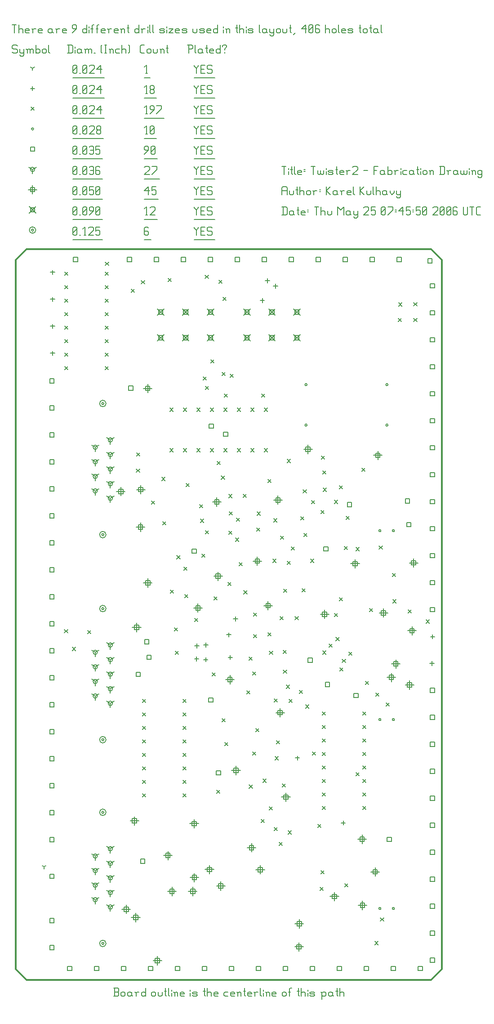
<source format=gbr>
G04 Title: Twister2, Fabrication Drawing *
G04 Creator: pcb-bin 20060321 *
G04 CreationDate: Thu May 25 07:45:50 2006 UTC *
G04 For: clock *
G04 Format: Gerber/RS-274X *
G04 PCB-Dimensions: 322834 546999 *
G04 PCB-Coordinate-Origin: lower left *
%MOIN*%
%FSLAX24Y24*%
%IPPOS*%
%ADD11C,0.0200*%
%ADD12C,0.0479*%
%ADD13C,0.0200*%
%ADD14C,0.0480*%
%ADD15C,0.0120*%
%ADD16C,0.0400*%
%ADD17C,0.0800*%
%ADD18C,0.1080*%
%ADD19C,0.0400*%
%ADD20C,0.0680*%
%ADD21C,0.0399*%
%ADD22C,0.0479*%
%ADD23C,0.0100*%
%ADD24C,0.0374*%
%ADD25R,0.0866X0.0866*%
%ADD26R,0.1142X0.1142*%
%ADD27R,0.0946X0.0946*%
%ADD28C,0.0079*%
%ADD29C,0.0080*%
%ADD30R,0.1102X0.1102*%
%ADD31R,0.1378X0.1378*%
%ADD32R,0.1182X0.1182*%
%ADD33C,0.0394*%
%ADD34R,0.0600X0.0600*%
%ADD35R,0.0876X0.0876*%
%ADD36R,0.0680X0.0680*%
%ADD37R,0.0800X0.0800*%
%ADD38R,0.1076X0.1076*%
%ADD39R,0.0880X0.0880*%
%ADD40C,0.0300*%
%ADD41C,0.0400*%
%ADD42C,0.0200*%
%ADD43R,0.0876X0.0876*%
%ADD44R,0.2000X0.2000*%
%ADD45R,0.2276X0.2276*%
%ADD46R,0.2080X0.2080*%
%ADD47R,0.0500X0.0500*%
%ADD48R,0.0775X0.0775*%
%ADD49R,0.0580X0.0580*%
%ADD50R,0.0552X0.0552*%
%ADD51R,0.0632X0.0632*%
%ADD52C,0.0156*%
%AMTHERM1*7,0,0,0.0828,0.0552,0.0156,45*%
%ADD53THERM1*%
%ADD54R,0.0828X0.0828X0.0552X0.0552*%
%ADD55R,0.0828X0.0828*%
%ADD56C,0.0552*%
%ADD57C,0.0632*%
%ADD58C,0.0828X0.0552*%
%ADD59C,0.0828*%
%ADD60C,0.0600*%
%ADD61C,0.0680*%
%ADD62C,0.0876X0.0600*%
%ADD63C,0.0876*%
%ADD64C,0.0160*%
%AMTHERM2*7,0,0,0.0876,0.0600,0.0160,45*%
%ADD65THERM2*%
%ADD66R,0.0700X0.0700*%
%ADD67R,0.0780X0.0780*%
%ADD68R,0.0975X0.0975X0.0700X0.0700*%
%ADD69R,0.0975X0.0975*%
%ADD70C,0.0700*%
%ADD71C,0.0780*%
%ADD72C,0.0210*%
%AMTHERM3*7,0,0,0.0975,0.0700,0.0210,45*%
%ADD73THERM3*%
%ADD74C,0.0975X0.0700*%
%ADD75C,0.0975*%
%ADD76R,0.0916X0.0916*%
%ADD77R,0.0200X0.0200*%
%ADD78R,0.0476X0.0476*%
%ADD79R,0.0280X0.0280*%
%ADD80C,0.1350*%
%ADD81C,0.1430*%
%ADD82C,0.1626X0.1350*%
%ADD83C,0.1626*%
%ADD84R,0.1378X0.1378*%
%ADD85R,0.1653X0.1653*%
%ADD86R,0.1458X0.1458*%
%ADD87R,0.0984X0.0984*%
%ADD88R,0.1260X0.1260*%
%ADD89R,0.1064X0.1064*%
%ADD90R,0.0620X0.0620*%
%ADD91R,0.0900X0.0900X0.0620X0.0620*%
%ADD92R,0.0900X0.0900*%
%ADD93C,0.0620*%
%ADD94C,0.0900X0.0620*%
%ADD95C,0.0900*%
%ADD96C,0.2500*%
%ADD97C,0.2580*%
%ADD98C,0.0625*%
%AMTHERM4*7,0,0,0.2780,0.2500,0.0625,45*%
%ADD99THERM4*%
%ADD100C,0.2780X0.2500*%
%ADD101C,0.2780*%
%ADD102C,0.0133*%
%AMTHERM5*7,0,0,0.0900,0.0620,0.0133,45*%
%ADD103THERM5*%
%ADD104R,0.2600X0.2600*%
%ADD105R,0.2876X0.2876*%
%ADD106R,0.2680X0.2680*%
%ADD107C,0.0169*%
%ADD108C,0.0135*%
%ADD109C,0.0128*%
%ADD110C,0.0162*%
%ADD111C,0.0122*%
%ADD112C,0.0142*%
%ADD113C,0.0149*%
%ADD114C,0.0119*%
%ADD115C,0.0136*%
%ADD116C,0.0128*%
%ADD117C,0.0108*%
%ADD118C,0.0156*%
%ADD119C,0.0101*%
%ADD120C,0.0094*%
%ADD121C,0.0115*%
%ADD122C,0.0173*%
%ADD123C,0.0146*%
%ADD124C,0.0098*%
%ADD125C,0.0091*%
%ADD126C,0.0118*%
%ADD127C,0.0220*%
%ADD128C,0.0186*%
%ADD129C,0.0152*%
%ADD130C,0.0105*%
%ADD131C,0.0132*%
%ADD132C,0.0800*%
%ADD133C,0.1079*%
%ADD134C,0.1079X0.0800*%
%ADD135C,0.0560*%
%ADD136C,0.0839*%
%ADD137C,0.0839X0.0560*%
%ADD138C,0.0480*%
%ADD139C,0.0759*%
%ADD140C,0.0759X0.0480*%
%ADD141C,0.0650*%
%ADD142C,0.0929*%
%ADD143C,0.0929X0.0650*%
%ADD144C,0.0150*%
%AMTHERM6*7,0,0,0.0929,0.0650,0.0150,45*%
%ADD145THERM6*%
%AMTHERM7*7,0,0,0.1079,0.0800,0.0150,45*%
%ADD146THERM7*%
%ADD147C,0.0839*%
%ADD148C,0.0839X0.0560*%
%ADD149C,0.1080X0.0800*%
%ADD150C,0.0160*%
%AMTHERM8*7,0,0,0.0839,0.0560,0.0160,45*%
%ADD151THERM8*%
%ADD152C,0.0120*%
%AMTHERM9*7,0,0,0.0759,0.0480,0.0120,45*%
%ADD153THERM9*%
%ADD154C,0.0150*%
%AMTHERM10*7,0,0,0.1080,0.0800,0.0150,45*%
%ADD155THERM10*%
%ADD156C,0.0560*%
%ADD157C,0.0839*%
%ADD158C,0.0839X0.0560*%
%LNGROUP_3*%
%LPD*%
G01X0Y0D02*
G54D29*X6630Y42969D02*G75*G03X6790Y42969I80J0D01*G01*
G75*G03X6630Y42969I-80J0D01*G01*
X6470D02*G75*G03X6950Y42969I240J0D01*G01*
G75*G03X6470Y42969I-240J0D01*G01*
X6630Y33249D02*G75*G03X6790Y33249I80J0D01*G01*
G75*G03X6630Y33249I-80J0D01*G01*
X6470D02*G75*G03X6950Y33249I240J0D01*G01*
G75*G03X6470Y33249I-240J0D01*G01*
X6630Y12669D02*G75*G03X6790Y12669I80J0D01*G01*
G75*G03X6630Y12669I-80J0D01*G01*
X6470D02*G75*G03X6950Y12669I240J0D01*G01*
G75*G03X6470Y12669I-240J0D01*G01*
X6630Y2949D02*G75*G03X6790Y2949I80J0D01*G01*
G75*G03X6630Y2949I-80J0D01*G01*
X6470D02*G75*G03X6950Y2949I240J0D01*G01*
G75*G03X6470Y2949I-240J0D01*G01*
X6630Y27769D02*G75*G03X6790Y27769I80J0D01*G01*
G75*G03X6630Y27769I-80J0D01*G01*
X6470D02*G75*G03X6950Y27769I240J0D01*G01*
G75*G03X6470Y27769I-240J0D01*G01*
X6630Y18049D02*G75*G03X6790Y18049I80J0D01*G01*
G75*G03X6630Y18049I-80J0D01*G01*
X6470D02*G75*G03X6950Y18049I240J0D01*G01*
G75*G03X6470Y18049I-240J0D01*G01*
X1420Y55824D02*G75*G03X1580Y55824I80J0D01*G01*
G75*G03X1420Y55824I-80J0D01*G01*
X1260D02*G75*G03X1740Y55824I240J0D01*G01*
G75*G03X1260Y55824I-240J0D01*G01*
G04 Text: YES *
X13500Y56049D02*Y55974D01*
X13650Y55824D01*
X13800Y55974D01*
Y56049D02*Y55974D01*
X13650Y55824D02*Y55449D01*
X13980Y55749D02*X14205D01*
X13980Y55449D02*X14280D01*
X13980Y56049D02*Y55449D01*
Y56049D02*X14280D01*
X14760D02*X14835Y55974D01*
X14535Y56049D02*X14760D01*
X14460Y55974D02*X14535Y56049D01*
X14460Y55974D02*Y55824D01*
X14535Y55749D01*
X14760D01*
X14835Y55674D01*
Y55524D01*
X14760Y55449D02*X14835Y55524D01*
X14535Y55449D02*X14760D01*
X14460Y55524D02*X14535Y55449D01*
X13500Y55124D02*X15015D01*
G04 Text: 6 *
X10025Y56049D02*X10100Y55974D01*
X9875Y56049D02*X10025D01*
X9800Y55974D02*X9875Y56049D01*
X9800Y55974D02*Y55524D01*
X9875Y55449D01*
X10025Y55749D02*X10100Y55674D01*
X9800Y55749D02*X10025D01*
X9875Y55449D02*X10025D01*
X10100Y55524D01*
Y55674D02*Y55524D01*
X9800Y55124D02*X10280D01*
G04 Text: 0.125 *
X4500Y55524D02*X4575Y55449D01*
X4500Y55974D02*Y55524D01*
Y55974D02*X4575Y56049D01*
X4725D01*
X4800Y55974D01*
Y55524D01*
X4725Y55449D02*X4800Y55524D01*
X4575Y55449D02*X4725D01*
X4500Y55599D02*X4800Y55899D01*
X4980Y55449D02*X5055D01*
X5310D02*X5460D01*
X5385Y56049D02*Y55449D01*
X5235Y55899D02*X5385Y56049D01*
X5640Y55974D02*X5715Y56049D01*
X5940D01*
X6015Y55974D01*
Y55824D01*
X5640Y55449D02*X6015Y55824D01*
X5640Y55449D02*X6015D01*
X6195Y56049D02*X6495D01*
X6195D02*Y55749D01*
X6270Y55824D01*
X6420D01*
X6495Y55749D01*
Y55524D01*
X6420Y55449D02*X6495Y55524D01*
X6270Y55449D02*X6420D01*
X6195Y55524D02*X6270Y55449D01*
X4500Y55124D02*X6675D01*
X12610Y48089D02*X13090Y47609D01*
X12610D02*X13090Y48089D01*
X12690Y48009D02*X13010D01*
X12690D02*Y47689D01*
X13010D01*
Y48009D02*Y47689D01*
X14460Y48089D02*X14940Y47609D01*
X14460D02*X14940Y48089D01*
X14540Y48009D02*X14860D01*
X14540D02*Y47689D01*
X14860D01*
Y48009D02*Y47689D01*
X10760Y48089D02*X11240Y47609D01*
X10760D02*X11240Y48089D01*
X10840Y48009D02*X11160D01*
X10840D02*Y47689D01*
X11160D01*
Y48009D02*Y47689D01*
X10760Y49989D02*X11240Y49509D01*
X10760D02*X11240Y49989D01*
X10840Y49909D02*X11160D01*
X10840D02*Y49589D01*
X11160D01*
Y49909D02*Y49589D01*
X12610Y49989D02*X13090Y49509D01*
X12610D02*X13090Y49989D01*
X12690Y49909D02*X13010D01*
X12690D02*Y49589D01*
X13010D01*
Y49909D02*Y49589D01*
X14460Y49989D02*X14940Y49509D01*
X14460D02*X14940Y49989D01*
X14540Y49909D02*X14860D01*
X14540D02*Y49589D01*
X14860D01*
Y49909D02*Y49589D01*
X19010Y48089D02*X19490Y47609D01*
X19010D02*X19490Y48089D01*
X19090Y48009D02*X19410D01*
X19090D02*Y47689D01*
X19410D01*
Y48009D02*Y47689D01*
X20860Y48089D02*X21340Y47609D01*
X20860D02*X21340Y48089D01*
X20940Y48009D02*X21260D01*
X20940D02*Y47689D01*
X21260D01*
Y48009D02*Y47689D01*
X17160Y48089D02*X17640Y47609D01*
X17160D02*X17640Y48089D01*
X17240Y48009D02*X17560D01*
X17240D02*Y47689D01*
X17560D01*
Y48009D02*Y47689D01*
X17160Y49989D02*X17640Y49509D01*
X17160D02*X17640Y49989D01*
X17240Y49909D02*X17560D01*
X17240D02*Y49589D01*
X17560D01*
Y49909D02*Y49589D01*
X19010Y49989D02*X19490Y49509D01*
X19010D02*X19490Y49989D01*
X19090Y49909D02*X19410D01*
X19090D02*Y49589D01*
X19410D01*
Y49909D02*Y49589D01*
X20860Y49989D02*X21340Y49509D01*
X20860D02*X21340Y49989D01*
X20940Y49909D02*X21260D01*
X20940D02*Y49589D01*
X21260D01*
Y49909D02*Y49589D01*
X1260Y57564D02*X1740Y57084D01*
X1260D02*X1740Y57564D01*
X1340Y57484D02*X1660D01*
X1340D02*Y57164D01*
X1660D01*
Y57484D02*Y57164D01*
G04 Text: YES *
X13500Y57549D02*Y57474D01*
X13650Y57324D01*
X13800Y57474D01*
Y57549D02*Y57474D01*
X13650Y57324D02*Y56949D01*
X13980Y57249D02*X14205D01*
X13980Y56949D02*X14280D01*
X13980Y57549D02*Y56949D01*
Y57549D02*X14280D01*
X14760D02*X14835Y57474D01*
X14535Y57549D02*X14760D01*
X14460Y57474D02*X14535Y57549D01*
X14460Y57474D02*Y57324D01*
X14535Y57249D01*
X14760D01*
X14835Y57174D01*
Y57024D01*
X14760Y56949D02*X14835Y57024D01*
X14535Y56949D02*X14760D01*
X14460Y57024D02*X14535Y56949D01*
X13500Y56624D02*X15015D01*
G04 Text: 12 *
X9875Y56949D02*X10025D01*
X9950Y57549D02*Y56949D01*
X9800Y57399D02*X9950Y57549D01*
X10205Y57474D02*X10280Y57549D01*
X10505D01*
X10580Y57474D01*
Y57324D01*
X10205Y56949D02*X10580Y57324D01*
X10205Y56949D02*X10580D01*
X9800Y56624D02*X10760D01*
G04 Text: 0.090 *
X4500Y57024D02*X4575Y56949D01*
X4500Y57474D02*Y57024D01*
Y57474D02*X4575Y57549D01*
X4725D01*
X4800Y57474D01*
Y57024D01*
X4725Y56949D02*X4800Y57024D01*
X4575Y56949D02*X4725D01*
X4500Y57099D02*X4800Y57399D01*
X4980Y56949D02*X5055D01*
X5235Y57024D02*X5310Y56949D01*
X5235Y57474D02*Y57024D01*
Y57474D02*X5310Y57549D01*
X5460D01*
X5535Y57474D01*
Y57024D01*
X5460Y56949D02*X5535Y57024D01*
X5310Y56949D02*X5460D01*
X5235Y57099D02*X5535Y57399D01*
X5715Y56949D02*X6015Y57249D01*
Y57474D02*Y57249D01*
X5940Y57549D02*X6015Y57474D01*
X5790Y57549D02*X5940D01*
X5715Y57474D02*X5790Y57549D01*
X5715Y57474D02*Y57324D01*
X5790Y57249D01*
X6015D01*
X6195Y57024D02*X6270Y56949D01*
X6195Y57474D02*Y57024D01*
Y57474D02*X6270Y57549D01*
X6420D01*
X6495Y57474D01*
Y57024D01*
X6420Y56949D02*X6495Y57024D01*
X6270Y56949D02*X6420D01*
X6195Y57099D02*X6495Y57399D01*
X4500Y56624D02*X6675D01*
X16590Y16099D02*Y15459D01*
X16270Y15779D02*X16910D01*
X16430Y15939D02*X16750D01*
X16430D02*Y15619D01*
X16750D01*
Y15939D02*Y15619D01*
X9530Y36909D02*Y36269D01*
X9210Y36589D02*X9850D01*
X9370Y36749D02*X9690D01*
X9370D02*Y36429D01*
X9690D01*
Y36749D02*Y36429D01*
X10050Y29999D02*Y29359D01*
X9730Y29679D02*X10370D01*
X9890Y29839D02*X10210D01*
X9890D02*Y29519D01*
X10210D01*
Y29839D02*Y29519D01*
X9510Y34129D02*Y33489D01*
X9190Y33809D02*X9830D01*
X9350Y33969D02*X9670D01*
X9350D02*Y33649D01*
X9670D01*
Y33969D02*Y33649D01*
X8050Y36769D02*Y36129D01*
X7730Y36449D02*X8370D01*
X7890Y36609D02*X8210D01*
X7890D02*Y36289D01*
X8210D01*
Y36609D02*Y36289D01*
X11840Y7129D02*Y6489D01*
X11520Y6809D02*X12160D01*
X11680Y6969D02*X12000D01*
X11680D02*Y6649D01*
X12000D01*
Y6969D02*Y6649D01*
X13380Y7129D02*Y6489D01*
X13060Y6809D02*X13700D01*
X13220Y6969D02*X13540D01*
X13220D02*Y6649D01*
X13540D01*
Y6969D02*Y6649D01*
X29460Y22429D02*Y21789D01*
X29140Y22109D02*X29780D01*
X29300Y22269D02*X29620D01*
X29300D02*Y21949D01*
X29620D01*
Y22269D02*Y21949D01*
X18970Y28309D02*Y27669D01*
X18650Y27989D02*X19290D01*
X18810Y28149D02*X19130D01*
X18810D02*Y27829D01*
X19130D01*
Y28149D02*Y27829D01*
X28440Y23989D02*Y23349D01*
X28120Y23669D02*X28760D01*
X28280Y23829D02*X28600D01*
X28280D02*Y23509D01*
X28600D01*
Y23829D02*Y23509D01*
X27110Y39449D02*Y38809D01*
X26790Y39129D02*X27430D01*
X26950Y39289D02*X27270D01*
X26950D02*Y38969D01*
X27270D01*
Y39289D02*Y38969D01*
X21930Y39899D02*Y39259D01*
X21610Y39579D02*X22250D01*
X21770Y39739D02*X22090D01*
X21770D02*Y39419D01*
X22090D01*
Y39739D02*Y39419D01*
X17740Y10369D02*Y9729D01*
X17420Y10049D02*X18060D01*
X17580Y10209D02*X17900D01*
X17580D02*Y9889D01*
X17900D01*
Y10209D02*Y9889D01*
X25940Y10999D02*Y10359D01*
X25620Y10679D02*X26260D01*
X25780Y10839D02*X26100D01*
X25780D02*Y10519D01*
X26100D01*
Y10839D02*Y10519D01*
X9220Y26699D02*Y26059D01*
X8900Y26379D02*X9540D01*
X9060Y26539D02*X9380D01*
X9060D02*Y26219D01*
X9380D01*
Y26539D02*Y26219D01*
X16140Y22829D02*Y22189D01*
X15820Y22509D02*X16460D01*
X15980Y22669D02*X16300D01*
X15980D02*Y22349D01*
X16300D01*
Y22669D02*Y22349D01*
X19700Y36139D02*Y35499D01*
X19380Y35819D02*X20020D01*
X19540Y35979D02*X19860D01*
X19540D02*Y35659D01*
X19860D01*
Y35979D02*Y35659D01*
X10040Y44409D02*Y43769D01*
X9720Y44089D02*X10360D01*
X9880Y44249D02*X10200D01*
X9880D02*Y43929D01*
X10200D01*
Y44249D02*Y43929D01*
X25420Y31419D02*Y30779D01*
X25100Y31099D02*X25740D01*
X25260Y31259D02*X25580D01*
X25260D02*Y30939D01*
X25580D01*
Y31259D02*Y30939D01*
X25970Y6099D02*Y5459D01*
X25650Y5779D02*X26290D01*
X25810Y5939D02*X26130D01*
X25810D02*Y5619D01*
X26130D01*
Y5939D02*Y5619D01*
X26910Y8579D02*Y7939D01*
X26590Y8259D02*X27230D01*
X26750Y8419D02*X27070D01*
X26750D02*Y8099D01*
X27070D01*
Y8419D02*Y8099D01*
X29760Y31479D02*Y30839D01*
X29440Y31159D02*X30080D01*
X29600Y31319D02*X29920D01*
X29600D02*Y30999D01*
X29920D01*
Y31319D02*Y30999D01*
X29640Y26449D02*Y25809D01*
X29320Y26129D02*X29960D01*
X29480Y26289D02*X29800D01*
X29480D02*Y25969D01*
X29800D01*
Y26289D02*Y25969D01*
X21280Y4729D02*Y4089D01*
X20960Y4409D02*X21600D01*
X21120Y4569D02*X21440D01*
X21120D02*Y4249D01*
X21440D01*
Y4569D02*Y4249D01*
X11540Y9789D02*Y9149D01*
X11220Y9469D02*X11860D01*
X11380Y9629D02*X11700D01*
X11380D02*Y9309D01*
X11700D01*
Y9629D02*Y9309D01*
X18390Y8739D02*Y8099D01*
X18070Y8419D02*X18710D01*
X18230Y8579D02*X18550D01*
X18230D02*Y8259D01*
X18550D01*
Y8579D02*Y8259D01*
X14620Y8749D02*Y8109D01*
X14300Y8429D02*X14940D01*
X14460Y8589D02*X14780D01*
X14460D02*Y8269D01*
X14780D01*
Y8589D02*Y8269D01*
X13500Y8159D02*Y7519D01*
X13180Y7839D02*X13820D01*
X13340Y7999D02*X13660D01*
X13340D02*Y7679D01*
X13660D01*
Y7999D02*Y7679D01*
X15460Y7529D02*Y6889D01*
X15140Y7209D02*X15780D01*
X15300Y7369D02*X15620D01*
X15300D02*Y7049D01*
X15620D01*
Y7369D02*Y7049D01*
X23160Y27669D02*Y27029D01*
X22840Y27349D02*X23480D01*
X23000Y27509D02*X23320D01*
X23000D02*Y27189D01*
X23320D01*
Y27509D02*Y27189D01*
X27530Y27769D02*Y27129D01*
X27210Y27449D02*X27850D01*
X27370Y27609D02*X27690D01*
X27370D02*Y27289D01*
X27690D01*
Y27609D02*Y27289D01*
X28110Y22989D02*Y22349D01*
X27790Y22669D02*X28430D01*
X27950Y22829D02*X28270D01*
X27950D02*Y22509D01*
X28270D01*
Y22829D02*Y22509D01*
X19860Y20379D02*Y19739D01*
X19540Y20059D02*X20180D01*
X19700Y20219D02*X20020D01*
X19700D02*Y19899D01*
X20020D01*
Y20219D02*Y19899D01*
X20290Y14119D02*Y13479D01*
X19970Y13799D02*X20610D01*
X20130Y13959D02*X20450D01*
X20130D02*Y13639D01*
X20450D01*
Y13959D02*Y13639D01*
X23890Y6749D02*Y6109D01*
X23570Y6429D02*X24210D01*
X23730Y6589D02*X24050D01*
X23730D02*Y6269D01*
X24050D01*
Y6589D02*Y6269D01*
X13490Y12149D02*Y11509D01*
X13170Y11829D02*X13810D01*
X13330Y11989D02*X13650D01*
X13330D02*Y11669D01*
X13650D01*
Y11989D02*Y11669D01*
X18170Y31609D02*Y30969D01*
X17850Y31289D02*X18490D01*
X18010Y31449D02*X18330D01*
X18010D02*Y31129D01*
X18330D01*
Y31449D02*Y31129D01*
X15170Y35999D02*Y35359D01*
X14850Y35679D02*X15490D01*
X15010Y35839D02*X15330D01*
X15010D02*Y35519D01*
X15330D01*
Y35839D02*Y35519D01*
X13770Y28139D02*Y27499D01*
X13450Y27819D02*X14090D01*
X13610Y27979D02*X13930D01*
X13610D02*Y27659D01*
X13930D01*
Y27979D02*Y27659D01*
X15260Y30489D02*Y29849D01*
X14940Y30169D02*X15580D01*
X15100Y30329D02*X15420D01*
X15100D02*Y30009D01*
X15420D01*
Y30329D02*Y30009D01*
X9060Y12359D02*Y11719D01*
X8740Y12039D02*X9380D01*
X8900Y12199D02*X9220D01*
X8900D02*Y11879D01*
X9220D01*
Y12199D02*Y11879D01*
X10760Y1999D02*Y1359D01*
X10440Y1679D02*X11080D01*
X10600Y1839D02*X10920D01*
X10600D02*Y1519D01*
X10920D01*
Y1839D02*Y1519D01*
X21260Y3019D02*Y2379D01*
X20940Y2699D02*X21580D01*
X21100Y2859D02*X21420D01*
X21100D02*Y2539D01*
X21420D01*
Y2859D02*Y2539D01*
X9153Y5197D02*Y4557D01*
X8833Y4877D02*X9473D01*
X8993Y5037D02*X9313D01*
X8993D02*Y4717D01*
X9313D01*
Y5037D02*Y4717D01*
X8444Y5807D02*Y5167D01*
X8124Y5487D02*X8764D01*
X8284Y5647D02*X8604D01*
X8284D02*Y5327D01*
X8604D01*
Y5647D02*Y5327D01*
X1500Y59144D02*Y58504D01*
X1180Y58824D02*X1820D01*
X1340Y58984D02*X1660D01*
X1340D02*Y58664D01*
X1660D01*
Y58984D02*Y58664D01*
G04 Text: YES *
X13500Y59049D02*Y58974D01*
X13650Y58824D01*
X13800Y58974D01*
Y59049D02*Y58974D01*
X13650Y58824D02*Y58449D01*
X13980Y58749D02*X14205D01*
X13980Y58449D02*X14280D01*
X13980Y59049D02*Y58449D01*
Y59049D02*X14280D01*
X14760D02*X14835Y58974D01*
X14535Y59049D02*X14760D01*
X14460Y58974D02*X14535Y59049D01*
X14460Y58974D02*Y58824D01*
X14535Y58749D01*
X14760D01*
X14835Y58674D01*
Y58524D01*
X14760Y58449D02*X14835Y58524D01*
X14535Y58449D02*X14760D01*
X14460Y58524D02*X14535Y58449D01*
X13500Y58124D02*X15015D01*
G04 Text: 45 *
X9800Y58749D02*X10100Y59049D01*
X9800Y58749D02*X10175D01*
X10100Y59049D02*Y58449D01*
X10355Y59049D02*X10655D01*
X10355D02*Y58749D01*
X10430Y58824D01*
X10580D01*
X10655Y58749D01*
Y58524D01*
X10580Y58449D02*X10655Y58524D01*
X10430Y58449D02*X10580D01*
X10355Y58524D02*X10430Y58449D01*
X9800Y58124D02*X10835D01*
G04 Text: 0.050 *
X4500Y58524D02*X4575Y58449D01*
X4500Y58974D02*Y58524D01*
Y58974D02*X4575Y59049D01*
X4725D01*
X4800Y58974D01*
Y58524D01*
X4725Y58449D02*X4800Y58524D01*
X4575Y58449D02*X4725D01*
X4500Y58599D02*X4800Y58899D01*
X4980Y58449D02*X5055D01*
X5235Y58524D02*X5310Y58449D01*
X5235Y58974D02*Y58524D01*
Y58974D02*X5310Y59049D01*
X5460D01*
X5535Y58974D01*
Y58524D01*
X5460Y58449D02*X5535Y58524D01*
X5310Y58449D02*X5460D01*
X5235Y58599D02*X5535Y58899D01*
X5715Y59049D02*X6015D01*
X5715D02*Y58749D01*
X5790Y58824D01*
X5940D01*
X6015Y58749D01*
Y58524D01*
X5940Y58449D02*X6015Y58524D01*
X5790Y58449D02*X5940D01*
X5715Y58524D02*X5790Y58449D01*
X6195Y58524D02*X6270Y58449D01*
X6195Y58974D02*Y58524D01*
Y58974D02*X6270Y59049D01*
X6420D01*
X6495Y58974D01*
Y58524D01*
X6420Y58449D02*X6495Y58524D01*
X6270Y58449D02*X6420D01*
X6195Y58599D02*X6495Y58899D01*
X4500Y58124D02*X6675D01*
X7270Y40269D02*Y39949D01*
Y40269D02*X7547Y40429D01*
X7270Y40269D02*X6992Y40429D01*
X7110Y40269D02*G75*G03X7430Y40269I160J0D01*G01*
G75*G03X7110Y40269I-160J0D01*G01*
X7270Y39189D02*Y38869D01*
Y39189D02*X7547Y39349D01*
X7270Y39189D02*X6992Y39349D01*
X7110Y39189D02*G75*G03X7430Y39189I160J0D01*G01*
G75*G03X7110Y39189I-160J0D01*G01*
X7270Y38109D02*Y37789D01*
Y38109D02*X7547Y38269D01*
X7270Y38109D02*X6992Y38269D01*
X7110Y38109D02*G75*G03X7430Y38109I160J0D01*G01*
G75*G03X7110Y38109I-160J0D01*G01*
X7270Y37029D02*Y36709D01*
Y37029D02*X7547Y37189D01*
X7270Y37029D02*X6992Y37189D01*
X7110Y37029D02*G75*G03X7430Y37029I160J0D01*G01*
G75*G03X7110Y37029I-160J0D01*G01*
X7270Y35949D02*Y35629D01*
Y35949D02*X7547Y36109D01*
X7270Y35949D02*X6992Y36109D01*
X7110Y35949D02*G75*G03X7430Y35949I160J0D01*G01*
G75*G03X7110Y35949I-160J0D01*G01*
X6150Y36489D02*Y36169D01*
Y36489D02*X6427Y36649D01*
X6150Y36489D02*X5872Y36649D01*
X5990Y36489D02*G75*G03X6310Y36489I160J0D01*G01*
G75*G03X5990Y36489I-160J0D01*G01*
X6150Y37569D02*Y37249D01*
Y37569D02*X6427Y37729D01*
X6150Y37569D02*X5872Y37729D01*
X5990Y37569D02*G75*G03X6310Y37569I160J0D01*G01*
G75*G03X5990Y37569I-160J0D01*G01*
X6150Y38649D02*Y38329D01*
Y38649D02*X6427Y38809D01*
X6150Y38649D02*X5872Y38809D01*
X5990Y38649D02*G75*G03X6310Y38649I160J0D01*G01*
G75*G03X5990Y38649I-160J0D01*G01*
X6150Y39729D02*Y39409D01*
Y39729D02*X6427Y39889D01*
X6150Y39729D02*X5872Y39889D01*
X5990Y39729D02*G75*G03X6310Y39729I160J0D01*G01*
G75*G03X5990Y39729I-160J0D01*G01*
X7270Y9969D02*Y9649D01*
Y9969D02*X7547Y10129D01*
X7270Y9969D02*X6992Y10129D01*
X7110Y9969D02*G75*G03X7430Y9969I160J0D01*G01*
G75*G03X7110Y9969I-160J0D01*G01*
X7270Y8889D02*Y8569D01*
Y8889D02*X7547Y9049D01*
X7270Y8889D02*X6992Y9049D01*
X7110Y8889D02*G75*G03X7430Y8889I160J0D01*G01*
G75*G03X7110Y8889I-160J0D01*G01*
X7270Y7809D02*Y7489D01*
Y7809D02*X7547Y7969D01*
X7270Y7809D02*X6992Y7969D01*
X7110Y7809D02*G75*G03X7430Y7809I160J0D01*G01*
G75*G03X7110Y7809I-160J0D01*G01*
X7270Y6729D02*Y6409D01*
Y6729D02*X7547Y6889D01*
X7270Y6729D02*X6992Y6889D01*
X7110Y6729D02*G75*G03X7430Y6729I160J0D01*G01*
G75*G03X7110Y6729I-160J0D01*G01*
X7270Y5649D02*Y5329D01*
Y5649D02*X7547Y5809D01*
X7270Y5649D02*X6992Y5809D01*
X7110Y5649D02*G75*G03X7430Y5649I160J0D01*G01*
G75*G03X7110Y5649I-160J0D01*G01*
X6150Y6189D02*Y5869D01*
Y6189D02*X6427Y6349D01*
X6150Y6189D02*X5872Y6349D01*
X5990Y6189D02*G75*G03X6310Y6189I160J0D01*G01*
G75*G03X5990Y6189I-160J0D01*G01*
X6150Y7269D02*Y6949D01*
Y7269D02*X6427Y7429D01*
X6150Y7269D02*X5872Y7429D01*
X5990Y7269D02*G75*G03X6310Y7269I160J0D01*G01*
G75*G03X5990Y7269I-160J0D01*G01*
X6150Y8349D02*Y8029D01*
Y8349D02*X6427Y8509D01*
X6150Y8349D02*X5872Y8509D01*
X5990Y8349D02*G75*G03X6310Y8349I160J0D01*G01*
G75*G03X5990Y8349I-160J0D01*G01*
X6150Y9429D02*Y9109D01*
Y9429D02*X6427Y9589D01*
X6150Y9429D02*X5872Y9589D01*
X5990Y9429D02*G75*G03X6310Y9429I160J0D01*G01*
G75*G03X5990Y9429I-160J0D01*G01*
X7270Y25069D02*Y24749D01*
Y25069D02*X7547Y25229D01*
X7270Y25069D02*X6992Y25229D01*
X7110Y25069D02*G75*G03X7430Y25069I160J0D01*G01*
G75*G03X7110Y25069I-160J0D01*G01*
X7270Y23989D02*Y23669D01*
Y23989D02*X7547Y24149D01*
X7270Y23989D02*X6992Y24149D01*
X7110Y23989D02*G75*G03X7430Y23989I160J0D01*G01*
G75*G03X7110Y23989I-160J0D01*G01*
X7270Y22909D02*Y22589D01*
Y22909D02*X7547Y23069D01*
X7270Y22909D02*X6992Y23069D01*
X7110Y22909D02*G75*G03X7430Y22909I160J0D01*G01*
G75*G03X7110Y22909I-160J0D01*G01*
X7270Y21829D02*Y21509D01*
Y21829D02*X7547Y21989D01*
X7270Y21829D02*X6992Y21989D01*
X7110Y21829D02*G75*G03X7430Y21829I160J0D01*G01*
G75*G03X7110Y21829I-160J0D01*G01*
X7270Y20749D02*Y20429D01*
Y20749D02*X7547Y20909D01*
X7270Y20749D02*X6992Y20909D01*
X7110Y20749D02*G75*G03X7430Y20749I160J0D01*G01*
G75*G03X7110Y20749I-160J0D01*G01*
X6150Y21289D02*Y20969D01*
Y21289D02*X6427Y21449D01*
X6150Y21289D02*X5872Y21449D01*
X5990Y21289D02*G75*G03X6310Y21289I160J0D01*G01*
G75*G03X5990Y21289I-160J0D01*G01*
X6150Y22369D02*Y22049D01*
Y22369D02*X6427Y22529D01*
X6150Y22369D02*X5872Y22529D01*
X5990Y22369D02*G75*G03X6310Y22369I160J0D01*G01*
G75*G03X5990Y22369I-160J0D01*G01*
X6150Y23449D02*Y23129D01*
Y23449D02*X6427Y23609D01*
X6150Y23449D02*X5872Y23609D01*
X5990Y23449D02*G75*G03X6310Y23449I160J0D01*G01*
G75*G03X5990Y23449I-160J0D01*G01*
X6150Y24529D02*Y24209D01*
Y24529D02*X6427Y24689D01*
X6150Y24529D02*X5872Y24689D01*
X5990Y24529D02*G75*G03X6310Y24529I160J0D01*G01*
G75*G03X5990Y24529I-160J0D01*G01*
X1500Y60324D02*Y60004D01*
Y60324D02*X1777Y60484D01*
X1500Y60324D02*X1222Y60484D01*
X1340Y60324D02*G75*G03X1660Y60324I160J0D01*G01*
G75*G03X1340Y60324I-160J0D01*G01*
G04 Text: YES *
X13500Y60549D02*Y60474D01*
X13650Y60324D01*
X13800Y60474D01*
Y60549D02*Y60474D01*
X13650Y60324D02*Y59949D01*
X13980Y60249D02*X14205D01*
X13980Y59949D02*X14280D01*
X13980Y60549D02*Y59949D01*
Y60549D02*X14280D01*
X14760D02*X14835Y60474D01*
X14535Y60549D02*X14760D01*
X14460Y60474D02*X14535Y60549D01*
X14460Y60474D02*Y60324D01*
X14535Y60249D01*
X14760D01*
X14835Y60174D01*
Y60024D01*
X14760Y59949D02*X14835Y60024D01*
X14535Y59949D02*X14760D01*
X14460Y60024D02*X14535Y59949D01*
X13500Y59624D02*X15015D01*
G04 Text: 27 *
X9800Y60474D02*X9875Y60549D01*
X10100D01*
X10175Y60474D01*
Y60324D01*
X9800Y59949D02*X10175Y60324D01*
X9800Y59949D02*X10175D01*
X10355D02*X10730Y60324D01*
Y60549D02*Y60324D01*
X10355Y60549D02*X10730D01*
X9800Y59624D02*X10910D01*
G04 Text: 0.036 *
X4500Y60024D02*X4575Y59949D01*
X4500Y60474D02*Y60024D01*
Y60474D02*X4575Y60549D01*
X4725D01*
X4800Y60474D01*
Y60024D01*
X4725Y59949D02*X4800Y60024D01*
X4575Y59949D02*X4725D01*
X4500Y60099D02*X4800Y60399D01*
X4980Y59949D02*X5055D01*
X5235Y60024D02*X5310Y59949D01*
X5235Y60474D02*Y60024D01*
Y60474D02*X5310Y60549D01*
X5460D01*
X5535Y60474D01*
Y60024D01*
X5460Y59949D02*X5535Y60024D01*
X5310Y59949D02*X5460D01*
X5235Y60099D02*X5535Y60399D01*
X5715Y60474D02*X5790Y60549D01*
X5940D01*
X6015Y60474D01*
Y60024D01*
X5940Y59949D02*X6015Y60024D01*
X5790Y59949D02*X5940D01*
X5715Y60024D02*X5790Y59949D01*
Y60249D02*X6015D01*
X6420Y60549D02*X6495Y60474D01*
X6270Y60549D02*X6420D01*
X6195Y60474D02*X6270Y60549D01*
X6195Y60474D02*Y60024D01*
X6270Y59949D01*
X6420Y60249D02*X6495Y60174D01*
X6195Y60249D02*X6420D01*
X6270Y59949D02*X6420D01*
X6495Y60024D01*
Y60174D02*Y60024D01*
X4500Y59624D02*X6675D01*
X13320Y32189D02*X13640D01*
X13320D02*Y31869D01*
X13640D01*
Y32189D02*Y31869D01*
X14600Y41459D02*X14920D01*
X14600D02*Y41139D01*
X14920D01*
Y41459D02*Y41139D01*
X6090Y1249D02*X6410D01*
X6090D02*Y929D01*
X6410D01*
Y1249D02*Y929D01*
X29140Y35899D02*X29460D01*
X29140D02*Y35579D01*
X29460D01*
Y35899D02*Y35579D01*
X29240Y34159D02*X29560D01*
X29240D02*Y33839D01*
X29560D01*
Y34159D02*Y33839D01*
X23210Y22299D02*X23530D01*
X23210D02*Y21979D01*
X23530D01*
Y22299D02*Y21979D01*
X21920Y24109D02*X22240D01*
X21920D02*Y23789D01*
X22240D01*
Y24109D02*Y23789D01*
X25330Y21489D02*X25650D01*
X25330D02*Y21169D01*
X25650D01*
Y21489D02*Y21169D01*
X28520Y53809D02*X28840D01*
X28520D02*Y53489D01*
X28840D01*
Y53809D02*Y53489D01*
X20090Y1249D02*X20410D01*
X20090D02*Y929D01*
X20410D01*
Y1249D02*Y929D01*
X26520Y53809D02*X26840D01*
X26520D02*Y53489D01*
X26840D01*
Y53809D02*Y53489D01*
X24520Y53809D02*X24840D01*
X24520D02*Y53489D01*
X24840D01*
Y53809D02*Y53489D01*
X22520Y53809D02*X22840D01*
X22520D02*Y53489D01*
X22840D01*
Y53809D02*Y53489D01*
X15660Y40849D02*X15980D01*
X15660D02*Y40529D01*
X15980D01*
Y40849D02*Y40529D01*
X24840Y35629D02*X25160D01*
X24840D02*Y35309D01*
X25160D01*
Y35629D02*Y35309D01*
X9980Y24319D02*X10300D01*
X9980D02*Y23999D01*
X10300D01*
Y24319D02*Y23999D01*
X14560Y21149D02*X14880D01*
X14560D02*Y20829D01*
X14880D01*
Y21149D02*Y20829D01*
X8630Y44269D02*X8950D01*
X8630D02*Y43949D01*
X8950D01*
Y44269D02*Y43949D01*
X23100Y32359D02*X23420D01*
X23100D02*Y32039D01*
X23420D01*
Y32359D02*Y32039D01*
X9180Y23059D02*X9500D01*
X9180D02*Y22739D01*
X9500D01*
Y23059D02*Y22739D01*
X9510Y9209D02*X9830D01*
X9510D02*Y8889D01*
X9830D01*
Y9209D02*Y8889D01*
X27800Y10819D02*X28120D01*
X27800D02*Y10499D01*
X28120D01*
Y10819D02*Y10499D01*
X15130Y15749D02*X15450D01*
X15130D02*Y15429D01*
X15450D01*
Y15749D02*Y15429D01*
X9810Y25469D02*X10130D01*
X9810D02*Y25149D01*
X10130D01*
Y25469D02*Y25149D01*
X2780Y8089D02*X3100D01*
X2780D02*Y7769D01*
X3100D01*
Y8089D02*Y7769D01*
X2780Y10809D02*X3100D01*
X2780D02*Y10489D01*
X3100D01*
Y10809D02*Y10489D01*
X2780Y12809D02*X3100D01*
X2780D02*Y12489D01*
X3100D01*
Y12809D02*Y12489D01*
X2780Y14809D02*X3100D01*
X2780D02*Y14489D01*
X3100D01*
Y14809D02*Y14489D01*
X2780Y16809D02*X3100D01*
X2780D02*Y16489D01*
X3100D01*
Y16809D02*Y16489D01*
X2780Y18809D02*X3100D01*
X2780D02*Y18489D01*
X3100D01*
Y18809D02*Y18489D01*
X2780Y20809D02*X3100D01*
X2780D02*Y20489D01*
X3100D01*
Y20809D02*Y20489D01*
X2780Y22809D02*X3100D01*
X2780D02*Y22489D01*
X3100D01*
Y22809D02*Y22489D01*
X30990Y21879D02*X31310D01*
X30990D02*Y21559D01*
X31310D01*
Y21879D02*Y21559D01*
X30990Y19879D02*X31310D01*
X30990D02*Y19559D01*
X31310D01*
Y19879D02*Y19559D01*
X30990Y17879D02*X31310D01*
X30990D02*Y17559D01*
X31310D01*
Y17879D02*Y17559D01*
X30990Y15879D02*X31310D01*
X30990D02*Y15559D01*
X31310D01*
Y15879D02*Y15559D01*
X30990Y13879D02*X31310D01*
X30990D02*Y13559D01*
X31310D01*
Y13879D02*Y13559D01*
X30990Y11879D02*X31310D01*
X30990D02*Y11559D01*
X31310D01*
Y11879D02*Y11559D01*
X30990Y9879D02*X31310D01*
X30990D02*Y9559D01*
X31310D01*
Y9879D02*Y9559D01*
X30990Y7879D02*X31310D01*
X30990D02*Y7559D01*
X31310D01*
Y7879D02*Y7559D01*
X30990Y5879D02*X31310D01*
X30990D02*Y5559D01*
X31310D01*
Y5879D02*Y5559D01*
X30990Y3879D02*X31310D01*
X30990D02*Y3559D01*
X31310D01*
Y3879D02*Y3559D01*
X30990Y1879D02*X31310D01*
X30990D02*Y1559D01*
X31310D01*
Y1879D02*Y1559D01*
X30810Y53709D02*X31130D01*
X30810D02*Y53389D01*
X31130D01*
Y53709D02*Y53389D01*
X2780Y24809D02*X3100D01*
X2780D02*Y24489D01*
X3100D01*
Y24809D02*Y24489D01*
X2780Y26809D02*X3100D01*
X2780D02*Y26489D01*
X3100D01*
Y26809D02*Y26489D01*
X2780Y4809D02*X3100D01*
X2780D02*Y4489D01*
X3100D01*
Y4809D02*Y4489D01*
X2780Y2809D02*X3100D01*
X2780D02*Y2489D01*
X3100D01*
Y2809D02*Y2489D01*
X2780Y44809D02*X3100D01*
X2780D02*Y44489D01*
X3100D01*
Y44809D02*Y44489D01*
X2780Y42809D02*X3100D01*
X2780D02*Y42489D01*
X3100D01*
Y42809D02*Y42489D01*
X2780Y40809D02*X3100D01*
X2780D02*Y40489D01*
X3100D01*
Y40809D02*Y40489D01*
X2780Y38809D02*X3100D01*
X2780D02*Y38489D01*
X3100D01*
Y38809D02*Y38489D01*
X2780Y36809D02*X3100D01*
X2780D02*Y36489D01*
X3100D01*
Y36809D02*Y36489D01*
X2780Y34809D02*X3100D01*
X2780D02*Y34489D01*
X3100D01*
Y34809D02*Y34489D01*
X2780Y32809D02*X3100D01*
X2780D02*Y32489D01*
X3100D01*
Y32809D02*Y32489D01*
X2780Y30809D02*X3100D01*
X2780D02*Y30489D01*
X3100D01*
Y30809D02*Y30489D01*
X2780Y28809D02*X3100D01*
X2780D02*Y28489D01*
X3100D01*
Y28809D02*Y28489D01*
X30990Y27859D02*X31310D01*
X30990D02*Y27539D01*
X31310D01*
Y27859D02*Y27539D01*
X30990Y29859D02*X31310D01*
X30990D02*Y29539D01*
X31310D01*
Y29859D02*Y29539D01*
X30990Y31859D02*X31310D01*
X30990D02*Y31539D01*
X31310D01*
Y31859D02*Y31539D01*
X30990Y33859D02*X31310D01*
X30990D02*Y33539D01*
X31310D01*
Y33859D02*Y33539D01*
X30990Y35859D02*X31310D01*
X30990D02*Y35539D01*
X31310D01*
Y35859D02*Y35539D01*
X30990Y37859D02*X31310D01*
X30990D02*Y37539D01*
X31310D01*
Y37859D02*Y37539D01*
X30990Y39859D02*X31310D01*
X30990D02*Y39539D01*
X31310D01*
Y39859D02*Y39539D01*
X30990Y41859D02*X31310D01*
X30990D02*Y41539D01*
X31310D01*
Y41859D02*Y41539D01*
X30990Y43859D02*X31310D01*
X30990D02*Y43539D01*
X31310D01*
Y43859D02*Y43539D01*
X30990Y45859D02*X31310D01*
X30990D02*Y45539D01*
X31310D01*
Y45859D02*Y45539D01*
X30990Y47859D02*X31310D01*
X30990D02*Y47539D01*
X31310D01*
Y47859D02*Y47539D01*
X30990Y49859D02*X31310D01*
X30990D02*Y49539D01*
X31310D01*
Y49859D02*Y49539D01*
X30990Y51859D02*X31310D01*
X30990D02*Y51539D01*
X31310D01*
Y51859D02*Y51539D01*
X20520Y53809D02*X20840D01*
X20520D02*Y53489D01*
X20840D01*
Y53809D02*Y53489D01*
X18520Y53809D02*X18840D01*
X18520D02*Y53489D01*
X18840D01*
Y53809D02*Y53489D01*
X16520Y53809D02*X16840D01*
X16520D02*Y53489D01*
X16840D01*
Y53809D02*Y53489D01*
X14520Y53809D02*X14840D01*
X14520D02*Y53489D01*
X14840D01*
Y53809D02*Y53489D01*
X12520Y53809D02*X12840D01*
X12520D02*Y53489D01*
X12840D01*
Y53809D02*Y53489D01*
X10520Y53809D02*X10840D01*
X10520D02*Y53489D01*
X10840D01*
Y53809D02*Y53489D01*
X8520Y53809D02*X8840D01*
X8520D02*Y53489D01*
X8840D01*
Y53809D02*Y53489D01*
X4520Y53809D02*X4840D01*
X4520D02*Y53489D01*
X4840D01*
Y53809D02*Y53489D01*
X30090Y1249D02*X30410D01*
X30090D02*Y929D01*
X30410D01*
Y1249D02*Y929D01*
X28090Y1249D02*X28410D01*
X28090D02*Y929D01*
X28410D01*
Y1249D02*Y929D01*
X26090Y1249D02*X26410D01*
X26090D02*Y929D01*
X26410D01*
Y1249D02*Y929D01*
X24090Y1249D02*X24410D01*
X24090D02*Y929D01*
X24410D01*
Y1249D02*Y929D01*
X22090Y1249D02*X22410D01*
X22090D02*Y929D01*
X22410D01*
Y1249D02*Y929D01*
X4090Y1249D02*X4410D01*
X4090D02*Y929D01*
X4410D01*
Y1249D02*Y929D01*
X18090Y1249D02*X18410D01*
X18090D02*Y929D01*
X18410D01*
Y1249D02*Y929D01*
X16090Y1249D02*X16410D01*
X16090D02*Y929D01*
X16410D01*
Y1249D02*Y929D01*
X14090Y1249D02*X14410D01*
X14090D02*Y929D01*
X14410D01*
Y1249D02*Y929D01*
X12090Y1249D02*X12410D01*
X12090D02*Y929D01*
X12410D01*
Y1249D02*Y929D01*
X10090Y1249D02*X10410D01*
X10090D02*Y929D01*
X10410D01*
Y1249D02*Y929D01*
X8090Y1249D02*X8410D01*
X8090D02*Y929D01*
X8410D01*
Y1249D02*Y929D01*
X1340Y61984D02*X1660D01*
X1340D02*Y61664D01*
X1660D01*
Y61984D02*Y61664D01*
G04 Text: YES *
X13500Y62049D02*Y61974D01*
X13650Y61824D01*
X13800Y61974D01*
Y62049D02*Y61974D01*
X13650Y61824D02*Y61449D01*
X13980Y61749D02*X14205D01*
X13980Y61449D02*X14280D01*
X13980Y62049D02*Y61449D01*
Y62049D02*X14280D01*
X14760D02*X14835Y61974D01*
X14535Y62049D02*X14760D01*
X14460Y61974D02*X14535Y62049D01*
X14460Y61974D02*Y61824D01*
X14535Y61749D01*
X14760D01*
X14835Y61674D01*
Y61524D01*
X14760Y61449D02*X14835Y61524D01*
X14535Y61449D02*X14760D01*
X14460Y61524D02*X14535Y61449D01*
X13500Y61124D02*X15015D01*
G04 Text: 90 *
X9800Y61449D02*X10100Y61749D01*
Y61974D02*Y61749D01*
X10025Y62049D02*X10100Y61974D01*
X9875Y62049D02*X10025D01*
X9800Y61974D02*X9875Y62049D01*
X9800Y61974D02*Y61824D01*
X9875Y61749D01*
X10100D01*
X10280Y61524D02*X10355Y61449D01*
X10280Y61974D02*Y61524D01*
Y61974D02*X10355Y62049D01*
X10505D01*
X10580Y61974D01*
Y61524D01*
X10505Y61449D02*X10580Y61524D01*
X10355Y61449D02*X10505D01*
X10280Y61599D02*X10580Y61899D01*
X9800Y61124D02*X10760D01*
G04 Text: 0.035 *
X4500Y61524D02*X4575Y61449D01*
X4500Y61974D02*Y61524D01*
Y61974D02*X4575Y62049D01*
X4725D01*
X4800Y61974D01*
Y61524D01*
X4725Y61449D02*X4800Y61524D01*
X4575Y61449D02*X4725D01*
X4500Y61599D02*X4800Y61899D01*
X4980Y61449D02*X5055D01*
X5235Y61524D02*X5310Y61449D01*
X5235Y61974D02*Y61524D01*
Y61974D02*X5310Y62049D01*
X5460D01*
X5535Y61974D01*
Y61524D01*
X5460Y61449D02*X5535Y61524D01*
X5310Y61449D02*X5460D01*
X5235Y61599D02*X5535Y61899D01*
X5715Y61974D02*X5790Y62049D01*
X5940D01*
X6015Y61974D01*
Y61524D01*
X5940Y61449D02*X6015Y61524D01*
X5790Y61449D02*X5940D01*
X5715Y61524D02*X5790Y61449D01*
Y61749D02*X6015D01*
X6195Y62049D02*X6495D01*
X6195D02*Y61749D01*
X6270Y61824D01*
X6420D01*
X6495Y61749D01*
Y61524D01*
X6420Y61449D02*X6495Y61524D01*
X6270Y61449D02*X6420D01*
X6195Y61524D02*X6270Y61449D01*
X4500Y61124D02*X6675D01*
X27700Y44369D02*G75*G03X27860Y44369I80J0D01*G01*
G75*G03X27700Y44369I-80J0D01*G01*
X21700D02*G75*G03X21860Y44369I80J0D01*G01*
G75*G03X21700Y44369I-80J0D01*G01*
Y41369D02*G75*G03X21860Y41369I80J0D01*G01*
G75*G03X21700Y41369I-80J0D01*G01*
X27700D02*G75*G03X27860Y41369I80J0D01*G01*
G75*G03X27700Y41369I-80J0D01*G01*
X27180Y5539D02*G75*G03X27340Y5539I80J0D01*G01*
G75*G03X27180Y5539I-80J0D01*G01*
X28180D02*G75*G03X28340Y5539I80J0D01*G01*
G75*G03X28180Y5539I-80J0D01*G01*
X27180Y19539D02*G75*G03X27340Y19539I80J0D01*G01*
G75*G03X27180Y19539I-80J0D01*G01*
X28180D02*G75*G03X28340Y19539I80J0D01*G01*
G75*G03X28180Y19539I-80J0D01*G01*
X27180Y33539D02*G75*G03X27340Y33539I80J0D01*G01*
G75*G03X27180Y33539I-80J0D01*G01*
X28180D02*G75*G03X28340Y33539I80J0D01*G01*
G75*G03X28180Y33539I-80J0D01*G01*
X1420Y63324D02*G75*G03X1580Y63324I80J0D01*G01*
G75*G03X1420Y63324I-80J0D01*G01*
G04 Text: YES *
X13500Y63549D02*Y63474D01*
X13650Y63324D01*
X13800Y63474D01*
Y63549D02*Y63474D01*
X13650Y63324D02*Y62949D01*
X13980Y63249D02*X14205D01*
X13980Y62949D02*X14280D01*
X13980Y63549D02*Y62949D01*
Y63549D02*X14280D01*
X14760D02*X14835Y63474D01*
X14535Y63549D02*X14760D01*
X14460Y63474D02*X14535Y63549D01*
X14460Y63474D02*Y63324D01*
X14535Y63249D01*
X14760D01*
X14835Y63174D01*
Y63024D01*
X14760Y62949D02*X14835Y63024D01*
X14535Y62949D02*X14760D01*
X14460Y63024D02*X14535Y62949D01*
X13500Y62624D02*X15015D01*
G04 Text: 10 *
X9875Y62949D02*X10025D01*
X9950Y63549D02*Y62949D01*
X9800Y63399D02*X9950Y63549D01*
X10205Y63024D02*X10280Y62949D01*
X10205Y63474D02*Y63024D01*
Y63474D02*X10280Y63549D01*
X10430D01*
X10505Y63474D01*
Y63024D01*
X10430Y62949D02*X10505Y63024D01*
X10280Y62949D02*X10430D01*
X10205Y63099D02*X10505Y63399D01*
X9800Y62624D02*X10685D01*
G04 Text: 0.028 *
X4500Y63024D02*X4575Y62949D01*
X4500Y63474D02*Y63024D01*
Y63474D02*X4575Y63549D01*
X4725D01*
X4800Y63474D01*
Y63024D01*
X4725Y62949D02*X4800Y63024D01*
X4575Y62949D02*X4725D01*
X4500Y63099D02*X4800Y63399D01*
X4980Y62949D02*X5055D01*
X5235Y63024D02*X5310Y62949D01*
X5235Y63474D02*Y63024D01*
Y63474D02*X5310Y63549D01*
X5460D01*
X5535Y63474D01*
Y63024D01*
X5460Y62949D02*X5535Y63024D01*
X5310Y62949D02*X5460D01*
X5235Y63099D02*X5535Y63399D01*
X5715Y63474D02*X5790Y63549D01*
X6015D01*
X6090Y63474D01*
Y63324D01*
X5715Y62949D02*X6090Y63324D01*
X5715Y62949D02*X6090D01*
X6270Y63024D02*X6345Y62949D01*
X6270Y63174D02*Y63024D01*
Y63174D02*X6345Y63249D01*
X6495D01*
X6570Y63174D01*
Y63024D01*
X6495Y62949D02*X6570Y63024D01*
X6345Y62949D02*X6495D01*
X6270Y63324D02*X6345Y63249D01*
X6270Y63474D02*Y63324D01*
Y63474D02*X6345Y63549D01*
X6495D01*
X6570Y63474D01*
Y63324D01*
X6495Y63249D02*X6570Y63324D01*
X4500Y62624D02*X6750D01*
X6890Y45719D02*X7130Y45479D01*
X6890D02*X7130Y45719D01*
X6890Y46719D02*X7130Y46479D01*
X6890D02*X7130Y46719D01*
X6890Y47719D02*X7130Y47479D01*
X6890D02*X7130Y47719D01*
X6890Y48719D02*X7130Y48479D01*
X6890D02*X7130Y48719D01*
X6890Y49719D02*X7130Y49479D01*
X6890D02*X7130Y49719D01*
X6890Y50719D02*X7130Y50479D01*
X6890D02*X7130Y50719D01*
X6890Y51719D02*X7130Y51479D01*
X6890D02*X7130Y51719D01*
X6890Y52719D02*X7130Y52479D01*
X6890D02*X7130Y52719D01*
X3890D02*X4130Y52479D01*
X3890D02*X4130Y52719D01*
X3890Y51719D02*X4130Y51479D01*
X3890D02*X4130Y51719D01*
X3890Y50719D02*X4130Y50479D01*
X3890D02*X4130Y50719D01*
X3890Y49719D02*X4130Y49479D01*
X3890D02*X4130Y49719D01*
X3890Y48719D02*X4130Y48479D01*
X3890D02*X4130Y48719D01*
X3890Y47719D02*X4130Y47479D01*
X3890D02*X4130Y47719D01*
X3890Y46719D02*X4130Y46479D01*
X3890D02*X4130Y46719D01*
X3890Y45719D02*X4130Y45479D01*
X3890D02*X4130Y45719D01*
X9650Y21059D02*X9890Y20819D01*
X9650D02*X9890Y21059D01*
X9650Y20059D02*X9890Y19819D01*
X9650D02*X9890Y20059D01*
X9650Y19059D02*X9890Y18819D01*
X9650D02*X9890Y19059D01*
X9650Y18059D02*X9890Y17819D01*
X9650D02*X9890Y18059D01*
X9650Y17059D02*X9890Y16819D01*
X9650D02*X9890Y17059D01*
X9650Y16059D02*X9890Y15819D01*
X9650D02*X9890Y16059D01*
X9650Y15059D02*X9890Y14819D01*
X9650D02*X9890Y15059D01*
X9650Y14059D02*X9890Y13819D01*
X9650D02*X9890Y14059D01*
X12650D02*X12890Y13819D01*
X12650D02*X12890Y14059D01*
X12650Y15059D02*X12890Y14819D01*
X12650D02*X12890Y15059D01*
X12650Y16059D02*X12890Y15819D01*
X12650D02*X12890Y16059D01*
X12650Y17059D02*X12890Y16819D01*
X12650D02*X12890Y17059D01*
X12650Y18059D02*X12890Y17819D01*
X12650D02*X12890Y18059D01*
X12650Y19059D02*X12890Y18819D01*
X12650D02*X12890Y19059D01*
X12650Y20059D02*X12890Y19819D01*
X12650D02*X12890Y20059D01*
X12650Y21059D02*X12890Y20819D01*
X12650D02*X12890Y21059D01*
X22990Y20109D02*X23230Y19869D01*
X22990D02*X23230Y20109D01*
X22990Y19109D02*X23230Y18869D01*
X22990D02*X23230Y19109D01*
X22990Y18109D02*X23230Y17869D01*
X22990D02*X23230Y18109D01*
X22990Y17109D02*X23230Y16869D01*
X22990D02*X23230Y17109D01*
X22990Y16109D02*X23230Y15869D01*
X22990D02*X23230Y16109D01*
X22990Y15109D02*X23230Y14869D01*
X22990D02*X23230Y15109D01*
X22990Y14109D02*X23230Y13869D01*
X22990D02*X23230Y14109D01*
X22990Y13109D02*X23230Y12869D01*
X22990D02*X23230Y13109D01*
X25990D02*X26230Y12869D01*
X25990D02*X26230Y13109D01*
X25990Y14109D02*X26230Y13869D01*
X25990D02*X26230Y14109D01*
X25990Y15109D02*X26230Y14869D01*
X25990D02*X26230Y15109D01*
X25990Y16109D02*X26230Y15869D01*
X25990D02*X26230Y16109D01*
X25990Y17109D02*X26230Y16869D01*
X25990D02*X26230Y17109D01*
X25990Y18109D02*X26230Y17869D01*
X25990D02*X26230Y18109D01*
X25990Y19109D02*X26230Y18869D01*
X25990D02*X26230Y19109D01*
X25990Y20109D02*X26230Y19869D01*
X25990D02*X26230Y20109D01*
X11690Y39629D02*X11930Y39389D01*
X11690D02*X11930Y39629D01*
X12690D02*X12930Y39389D01*
X12690D02*X12930Y39629D01*
X13690D02*X13930Y39389D01*
X13690D02*X13930Y39629D01*
X14690D02*X14930Y39389D01*
X14690D02*X14930Y39629D01*
X15690D02*X15930Y39389D01*
X15690D02*X15930Y39629D01*
X16690D02*X16930Y39389D01*
X16690D02*X16930Y39629D01*
X17690D02*X17930Y39389D01*
X17690D02*X17930Y39629D01*
X18690D02*X18930Y39389D01*
X18690D02*X18930Y39629D01*
X18690Y42629D02*X18930Y42389D01*
X18690D02*X18930Y42629D01*
X17690D02*X17930Y42389D01*
X17690D02*X17930Y42629D01*
X16690D02*X16930Y42389D01*
X16690D02*X16930Y42629D01*
X15690D02*X15930Y42389D01*
X15690D02*X15930Y42629D01*
X14690D02*X14930Y42389D01*
X14690D02*X14930Y42629D01*
X13690D02*X13930Y42389D01*
X13690D02*X13930Y42629D01*
X12690D02*X12930Y42389D01*
X12690D02*X12930Y42629D01*
X11690D02*X11930Y42389D01*
X11690D02*X11930Y42629D01*
X21610Y33349D02*X21850Y33109D01*
X21610D02*X21850Y33349D01*
X17830Y23089D02*X18070Y22849D01*
X17830D02*X18070Y23089D01*
X18130Y33759D02*X18370Y33519D01*
X18130D02*X18370Y33759D01*
X18140Y34929D02*X18380Y34689D01*
X18140D02*X18380Y34929D01*
X12710Y30849D02*X12950Y30609D01*
X12710D02*X12950Y30849D01*
X19590Y17969D02*X19830Y17729D01*
X19590D02*X19830Y17969D01*
X24250Y36879D02*X24490Y36639D01*
X24250D02*X24490Y36879D01*
X23890Y35799D02*X24130Y35559D01*
X23890D02*X24130Y35799D01*
X10320Y35739D02*X10560Y35499D01*
X10320D02*X10560Y35739D01*
X12780Y28809D02*X13020Y28569D01*
X12780D02*X13020Y28809D01*
X12090Y24619D02*X12330Y24379D01*
X12090D02*X12330Y24619D01*
X26480Y27779D02*X26720Y27539D01*
X26480D02*X26720Y27779D01*
X19070Y24609D02*X19310Y24369D01*
X19070D02*X19310Y24609D01*
X15500Y37599D02*X15740Y37359D01*
X15500D02*X15740Y37599D01*
X15190Y38689D02*X15430Y38449D01*
X15190D02*X15430Y38689D01*
X16040Y33519D02*X16280Y33279D01*
X16040D02*X16280Y33519D01*
X16560Y32999D02*X16800Y32759D01*
X16560D02*X16800Y32999D01*
X5590Y26149D02*X5830Y25909D01*
X5590D02*X5830Y26149D01*
X25930Y38189D02*X26170Y37949D01*
X25930D02*X26170Y38189D01*
X22910Y39069D02*X23150Y38829D01*
X22910D02*X23150Y39069D01*
X13940Y34399D02*X14180Y34159D01*
X13940D02*X14180Y34399D01*
X17880Y25859D02*X18120Y25619D01*
X17880D02*X18120Y25859D01*
X20460Y11299D02*X20700Y11059D01*
X20460D02*X20700Y11299D01*
X22640Y11779D02*X22880Y11539D01*
X22640D02*X22880Y11779D01*
X22130Y31429D02*X22370Y31189D01*
X22130D02*X22370Y31429D01*
X14040Y31809D02*X14280Y31569D01*
X14040D02*X14280Y31809D01*
X14310Y33559D02*X14550Y33319D01*
X14310D02*X14550Y33559D01*
X11710Y29149D02*X11950Y28909D01*
X11710D02*X11950Y29149D01*
X21380Y34579D02*X21620Y34339D01*
X21380D02*X21620Y34579D01*
X13890Y35469D02*X14130Y35229D01*
X13890D02*X14130Y35469D01*
X22880Y8359D02*X23120Y8119D01*
X22880D02*X23120Y8359D01*
X16820Y31169D02*X17060Y30929D01*
X16820D02*X17060Y31169D01*
X17170Y29099D02*X17410Y28859D01*
X17170D02*X17410Y29099D01*
X22880Y35039D02*X23120Y34799D01*
X22880D02*X23120Y35039D01*
X24660Y7389D02*X24900Y7149D01*
X24660D02*X24900Y7389D01*
X22830Y7119D02*X23070Y6879D01*
X22830D02*X23070Y7119D01*
X25490Y15619D02*X25730Y15379D01*
X25490D02*X25730Y15619D01*
X22250Y17149D02*X22490Y16909D01*
X22250D02*X22490Y17149D01*
X24750Y34609D02*X24990Y34369D01*
X24750D02*X24990Y34609D01*
X12200Y31699D02*X12440Y31459D01*
X12200D02*X12440Y31699D01*
X22190Y35789D02*X22430Y35549D01*
X22190D02*X22430Y35789D01*
X3870Y26219D02*X4110Y25979D01*
X3870D02*X4110Y26219D01*
X9210Y39319D02*X9450Y39079D01*
X9210D02*X9450Y39319D01*
X9200Y38119D02*X9440Y37879D01*
X9200D02*X9440Y38119D01*
X11150Y34219D02*X11390Y33979D01*
X11150D02*X11390Y34219D01*
X28190Y30369D02*X28430Y30129D01*
X28190D02*X28430Y30369D01*
X20680Y32349D02*X20920Y32109D01*
X20680D02*X20920Y32349D01*
X20390Y31279D02*X20630Y31039D01*
X20390D02*X20630Y31279D01*
X20380Y38829D02*X20620Y38589D01*
X20380D02*X20620Y38829D01*
X17890Y27449D02*X18130Y27209D01*
X17890D02*X18130Y27449D01*
X27200Y32419D02*X27440Y32179D01*
X27200D02*X27440Y32419D01*
X20130Y29219D02*X20370Y28979D01*
X20130D02*X20370Y29219D01*
X25490Y32299D02*X25730Y32059D01*
X25490D02*X25730Y32299D01*
X19390Y34429D02*X19630Y34189D01*
X19390D02*X19630Y34429D01*
X12010Y26359D02*X12250Y26119D01*
X12010D02*X12250Y26359D01*
X13510Y27059D02*X13750Y26819D01*
X13510D02*X13750Y27059D01*
X15990Y29709D02*X16230Y29469D01*
X15990D02*X16230Y29709D01*
X14940Y28649D02*X15180Y28409D01*
X14940D02*X15180Y28649D01*
X11080Y37499D02*X11320Y37259D01*
X11080D02*X11320Y37499D01*
X12890Y37059D02*X13130Y36819D01*
X12890D02*X13130Y37059D01*
X18040Y18869D02*X18280Y18629D01*
X18040D02*X18280Y18869D01*
X17380Y21669D02*X17620Y21429D01*
X17380D02*X17620Y21669D01*
X20330Y22099D02*X20570Y21859D01*
X20330D02*X20570Y22099D01*
X16060Y36229D02*X16300Y35989D01*
X16060D02*X16300Y36229D01*
X20100Y23219D02*X20340Y22979D01*
X20100D02*X20340Y23219D01*
X21480Y29249D02*X21720Y29009D01*
X21480D02*X21720Y29249D01*
X18450Y12159D02*X18690Y11919D01*
X18450D02*X18690Y12159D01*
X15550Y19619D02*X15790Y19379D01*
X15550D02*X15790Y19619D01*
X14820Y23009D02*X15060Y22769D01*
X14820D02*X15060Y23009D01*
X15150Y14309D02*X15390Y14069D01*
X15150D02*X15390Y14309D01*
X17550Y24169D02*X17790Y23929D01*
X17550D02*X17790Y24169D01*
X20090Y24689D02*X20330Y24449D01*
X20090D02*X20330Y24689D01*
X20970Y27179D02*X21210Y26939D01*
X20970D02*X21210Y27179D01*
X17130Y36239D02*X17370Y35999D01*
X17130D02*X17370Y36239D01*
X26190Y22369D02*X26430Y22129D01*
X26190D02*X26430Y22369D01*
X19890Y33139D02*X20130Y32899D01*
X19890D02*X20130Y33139D01*
X19320Y31429D02*X19560Y31189D01*
X19320D02*X19560Y31429D01*
X26880Y3099D02*X27120Y2859D01*
X26880D02*X27120Y3099D01*
X16080Y34949D02*X16320Y34709D01*
X16080D02*X16320Y34949D01*
X16610Y34479D02*X16850Y34239D01*
X16610D02*X16850Y34479D01*
X20030Y14769D02*X20270Y14529D01*
X20030D02*X20270Y14769D01*
X23890Y27419D02*X24130Y27179D01*
X23890D02*X24130Y27419D01*
X29360Y27669D02*X29600Y27429D01*
X29360D02*X29600Y27669D01*
X24260Y28569D02*X24500Y28329D01*
X24260D02*X24500Y28569D01*
X28210Y28429D02*X28450Y28189D01*
X28210D02*X28450Y28429D01*
X24470Y24019D02*X24710Y23779D01*
X24470D02*X24710Y24019D01*
X30690Y26929D02*X30930Y26689D01*
X30690D02*X30930Y26929D01*
X24940Y24539D02*X25180Y24299D01*
X24940D02*X25180Y24539D01*
X24000Y25629D02*X24240Y25389D01*
X24000D02*X24240Y25629D01*
X23490Y25139D02*X23730Y24899D01*
X23490D02*X23730Y25139D01*
X19860Y27179D02*X20100Y26939D01*
X19860D02*X20100Y27179D01*
X23030Y24629D02*X23270Y24389D01*
X23030D02*X23270Y24629D01*
X24280Y23389D02*X24520Y23149D01*
X24280D02*X24520Y23389D01*
X19410Y21069D02*X19650Y20829D01*
X19410D02*X19650Y21069D01*
X20520Y21049D02*X20760Y20809D01*
X20520D02*X20760Y21049D01*
X21290Y21709D02*X21530Y21469D01*
X21290D02*X21530Y21709D01*
X17810Y17159D02*X18050Y16919D01*
X17810D02*X18050Y17159D01*
X19480Y16799D02*X19720Y16559D01*
X19480D02*X19720Y16799D01*
X21740Y20629D02*X21980Y20389D01*
X21740D02*X21980Y20629D01*
X17570Y14699D02*X17810Y14459D01*
X17570D02*X17810Y14699D01*
X19790Y10449D02*X20030Y10209D01*
X19790D02*X20030Y10449D01*
X18580Y15129D02*X18820Y14889D01*
X18580D02*X18820Y15129D01*
X21570Y36589D02*X21810Y36349D01*
X21570D02*X21810Y36589D01*
X18940Y37349D02*X19180Y37109D01*
X18940D02*X19180Y37349D01*
X23010Y37969D02*X23250Y37729D01*
X23010D02*X23250Y37969D01*
X23040Y36699D02*X23280Y36459D01*
X23040D02*X23280Y36699D01*
X24620Y32369D02*X24860Y32129D01*
X24620D02*X24860Y32369D01*
X4450Y24899D02*X4690Y24659D01*
X4450D02*X4690Y24899D01*
X15760Y17839D02*X16000Y17599D01*
X15760D02*X16000Y17839D01*
X18960Y25979D02*X19200Y25739D01*
X18960D02*X19200Y25979D01*
X19430Y11559D02*X19670Y11319D01*
X19430D02*X19670Y11559D01*
X19060Y13069D02*X19300Y12829D01*
X19060D02*X19300Y13069D01*
X27710Y20779D02*X27950Y20539D01*
X27710D02*X27950Y20779D01*
X26940Y21509D02*X27180Y21269D01*
X26940D02*X27180Y21509D01*
X27300Y4859D02*X27540Y4619D01*
X27300D02*X27540Y4859D01*
X29770Y49289D02*X30010Y49049D01*
X29770D02*X30010Y49289D01*
X18480Y43689D02*X18720Y43449D01*
X18480D02*X18720Y43689D01*
X28640Y50429D02*X28880Y50189D01*
X28640D02*X28880Y50429D01*
X14300Y52469D02*X14540Y52229D01*
X14300D02*X14540Y52469D01*
X29770Y50439D02*X30010Y50199D01*
X29770D02*X30010Y50439D01*
X15620Y50849D02*X15860Y50609D01*
X15620D02*X15860Y50849D01*
X15310Y52119D02*X15550Y51879D01*
X15310D02*X15550Y52119D01*
X6900Y53439D02*X7140Y53199D01*
X6900D02*X7140Y53439D01*
X8830Y51449D02*X9070Y51209D01*
X8830D02*X9070Y51449D01*
X9570Y52089D02*X9810Y51849D01*
X9570D02*X9810Y52089D01*
X11540Y52259D02*X11780Y52019D01*
X11540D02*X11780Y52259D01*
X15720Y43679D02*X15960Y43439D01*
X15720D02*X15960Y43679D01*
X14730Y46219D02*X14970Y45979D01*
X14730D02*X14970Y46219D01*
X14140Y44959D02*X14380Y44719D01*
X14140D02*X14380Y44959D01*
X14310Y44249D02*X14550Y44009D01*
X14310D02*X14550Y44249D01*
X15540Y45269D02*X15780Y45029D01*
X15540D02*X15780Y45269D01*
X16150Y45139D02*X16390Y44899D01*
X16150D02*X16390Y45139D01*
X28630Y49289D02*X28870Y49049D01*
X28630D02*X28870Y49289D01*
X1380Y64944D02*X1620Y64704D01*
X1380D02*X1620Y64944D01*
G04 Text: YES *
X13500Y65049D02*Y64974D01*
X13650Y64824D01*
X13800Y64974D01*
Y65049D02*Y64974D01*
X13650Y64824D02*Y64449D01*
X13980Y64749D02*X14205D01*
X13980Y64449D02*X14280D01*
X13980Y65049D02*Y64449D01*
Y65049D02*X14280D01*
X14760D02*X14835Y64974D01*
X14535Y65049D02*X14760D01*
X14460Y64974D02*X14535Y65049D01*
X14460Y64974D02*Y64824D01*
X14535Y64749D01*
X14760D01*
X14835Y64674D01*
Y64524D01*
X14760Y64449D02*X14835Y64524D01*
X14535Y64449D02*X14760D01*
X14460Y64524D02*X14535Y64449D01*
X13500Y64124D02*X15015D01*
G04 Text: 197 *
X9875Y64449D02*X10025D01*
X9950Y65049D02*Y64449D01*
X9800Y64899D02*X9950Y65049D01*
X10205Y64449D02*X10505Y64749D01*
Y64974D02*Y64749D01*
X10430Y65049D02*X10505Y64974D01*
X10280Y65049D02*X10430D01*
X10205Y64974D02*X10280Y65049D01*
X10205Y64974D02*Y64824D01*
X10280Y64749D01*
X10505D01*
X10685Y64449D02*X11060Y64824D01*
Y65049D02*Y64824D01*
X10685Y65049D02*X11060D01*
X9800Y64124D02*X11240D01*
G04 Text: 0.024 *
X4500Y64524D02*X4575Y64449D01*
X4500Y64974D02*Y64524D01*
Y64974D02*X4575Y65049D01*
X4725D01*
X4800Y64974D01*
Y64524D01*
X4725Y64449D02*X4800Y64524D01*
X4575Y64449D02*X4725D01*
X4500Y64599D02*X4800Y64899D01*
X4980Y64449D02*X5055D01*
X5235Y64524D02*X5310Y64449D01*
X5235Y64974D02*Y64524D01*
Y64974D02*X5310Y65049D01*
X5460D01*
X5535Y64974D01*
Y64524D01*
X5460Y64449D02*X5535Y64524D01*
X5310Y64449D02*X5460D01*
X5235Y64599D02*X5535Y64899D01*
X5715Y64974D02*X5790Y65049D01*
X6015D01*
X6090Y64974D01*
Y64824D01*
X5715Y64449D02*X6090Y64824D01*
X5715Y64449D02*X6090D01*
X6270Y64749D02*X6570Y65049D01*
X6270Y64749D02*X6645D01*
X6570Y65049D02*Y64449D01*
X4500Y64124D02*X6825D01*
X16050Y25989D02*Y25669D01*
X15890Y25829D02*X16210D01*
X13680Y25179D02*Y24859D01*
X13520Y25019D02*X13840D01*
X14340Y24149D02*Y23829D01*
X14180Y23989D02*X14500D01*
X21140Y16859D02*Y16539D01*
X20980Y16699D02*X21300D01*
X16560Y27179D02*Y26859D01*
X16400Y27019D02*X16720D01*
X16170Y24319D02*Y23999D01*
X16010Y24159D02*X16330D01*
X14360Y25239D02*Y24919D01*
X14200Y25079D02*X14520D01*
X19530Y51839D02*Y51519D01*
X19370Y51679D02*X19690D01*
X13670Y24199D02*Y23879D01*
X13510Y24039D02*X13830D01*
X2980Y52859D02*Y52539D01*
X2820Y52699D02*X3140D01*
X2980Y50859D02*Y50539D01*
X2820Y50699D02*X3140D01*
X2980Y48859D02*Y48539D01*
X2820Y48699D02*X3140D01*
X2980Y46859D02*Y46539D01*
X2820Y46699D02*X3140D01*
X31130Y23879D02*Y23559D01*
X30970Y23719D02*X31290D01*
X31170Y25849D02*Y25529D01*
X31010Y25689D02*X31330D01*
X18930Y52229D02*Y51909D01*
X18770Y52069D02*X19090D01*
X18540Y50769D02*Y50449D01*
X18380Y50609D02*X18700D01*
X24540Y12049D02*Y11729D01*
X24380Y11889D02*X24700D01*
X1500Y66484D02*Y66164D01*
X1340Y66324D02*X1660D01*
G04 Text: YES *
X13500Y66549D02*Y66474D01*
X13650Y66324D01*
X13800Y66474D01*
Y66549D02*Y66474D01*
X13650Y66324D02*Y65949D01*
X13980Y66249D02*X14205D01*
X13980Y65949D02*X14280D01*
X13980Y66549D02*Y65949D01*
Y66549D02*X14280D01*
X14760D02*X14835Y66474D01*
X14535Y66549D02*X14760D01*
X14460Y66474D02*X14535Y66549D01*
X14460Y66474D02*Y66324D01*
X14535Y66249D01*
X14760D01*
X14835Y66174D01*
Y66024D01*
X14760Y65949D02*X14835Y66024D01*
X14535Y65949D02*X14760D01*
X14460Y66024D02*X14535Y65949D01*
X13500Y65624D02*X15015D01*
G04 Text: 18 *
X9875Y65949D02*X10025D01*
X9950Y66549D02*Y65949D01*
X9800Y66399D02*X9950Y66549D01*
X10205Y66024D02*X10280Y65949D01*
X10205Y66174D02*Y66024D01*
Y66174D02*X10280Y66249D01*
X10430D01*
X10505Y66174D01*
Y66024D01*
X10430Y65949D02*X10505Y66024D01*
X10280Y65949D02*X10430D01*
X10205Y66324D02*X10280Y66249D01*
X10205Y66474D02*Y66324D01*
Y66474D02*X10280Y66549D01*
X10430D01*
X10505Y66474D01*
Y66324D01*
X10430Y66249D02*X10505Y66324D01*
X9800Y65624D02*X10685D01*
G04 Text: 0.024 *
X4500Y66024D02*X4575Y65949D01*
X4500Y66474D02*Y66024D01*
Y66474D02*X4575Y66549D01*
X4725D01*
X4800Y66474D01*
Y66024D01*
X4725Y65949D02*X4800Y66024D01*
X4575Y65949D02*X4725D01*
X4500Y66099D02*X4800Y66399D01*
X4980Y65949D02*X5055D01*
X5235Y66024D02*X5310Y65949D01*
X5235Y66474D02*Y66024D01*
Y66474D02*X5310Y66549D01*
X5460D01*
X5535Y66474D01*
Y66024D01*
X5460Y65949D02*X5535Y66024D01*
X5310Y65949D02*X5460D01*
X5235Y66099D02*X5535Y66399D01*
X5715Y66474D02*X5790Y66549D01*
X6015D01*
X6090Y66474D01*
Y66324D01*
X5715Y65949D02*X6090Y66324D01*
X5715Y65949D02*X6090D01*
X6270Y66249D02*X6570Y66549D01*
X6270Y66249D02*X6645D01*
X6570Y66549D02*Y65949D01*
X4500Y65624D02*X6825D01*
X2362Y8636D02*Y8476D01*
Y8636D02*X2500Y8716D01*
X2362Y8636D02*X2223Y8716D01*
X1500Y67824D02*Y67664D01*
Y67824D02*X1638Y67904D01*
X1500Y67824D02*X1361Y67904D01*
G04 Text: YES *
X13500Y68049D02*Y67974D01*
X13650Y67824D01*
X13800Y67974D01*
Y68049D02*Y67974D01*
X13650Y67824D02*Y67449D01*
X13980Y67749D02*X14205D01*
X13980Y67449D02*X14280D01*
X13980Y68049D02*Y67449D01*
Y68049D02*X14280D01*
X14760D02*X14835Y67974D01*
X14535Y68049D02*X14760D01*
X14460Y67974D02*X14535Y68049D01*
X14460Y67974D02*Y67824D01*
X14535Y67749D01*
X14760D01*
X14835Y67674D01*
Y67524D01*
X14760Y67449D02*X14835Y67524D01*
X14535Y67449D02*X14760D01*
X14460Y67524D02*X14535Y67449D01*
X13500Y67124D02*X15015D01*
G04 Text: 1 *
X9875Y67449D02*X10025D01*
X9950Y68049D02*Y67449D01*
X9800Y67899D02*X9950Y68049D01*
X9800Y67124D02*X10205D01*
G04 Text: 0.024 *
X4500Y67524D02*X4575Y67449D01*
X4500Y67974D02*Y67524D01*
Y67974D02*X4575Y68049D01*
X4725D01*
X4800Y67974D01*
Y67524D01*
X4725Y67449D02*X4800Y67524D01*
X4575Y67449D02*X4725D01*
X4500Y67599D02*X4800Y67899D01*
X4980Y67449D02*X5055D01*
X5235Y67524D02*X5310Y67449D01*
X5235Y67974D02*Y67524D01*
Y67974D02*X5310Y68049D01*
X5460D01*
X5535Y67974D01*
Y67524D01*
X5460Y67449D02*X5535Y67524D01*
X5310Y67449D02*X5460D01*
X5235Y67599D02*X5535Y67899D01*
X5715Y67974D02*X5790Y68049D01*
X6015D01*
X6090Y67974D01*
Y67824D01*
X5715Y67449D02*X6090Y67824D01*
X5715Y67449D02*X6090D01*
X6270Y67749D02*X6570Y68049D01*
X6270Y67749D02*X6645D01*
X6570Y68049D02*Y67449D01*
X4500Y67124D02*X6825D01*
G04 Text: Symbol *
X300Y69549D02*X375Y69474D01*
X75Y69549D02*X300D01*
X0Y69474D02*X75Y69549D01*
X0Y69474D02*Y69324D01*
X75Y69249D01*
X300D01*
X375Y69174D01*
Y69024D01*
X300Y68949D02*X375Y69024D01*
X75Y68949D02*X300D01*
X0Y69024D02*X75Y68949D01*
X555Y69249D02*Y69024D01*
X630Y68949D01*
X855Y69249D02*Y68799D01*
X780Y68724D02*X855Y68799D01*
X630Y68724D02*X780D01*
X555Y68799D02*X630Y68724D01*
Y68949D02*X780D01*
X855Y69024D01*
X1110Y69174D02*Y68949D01*
Y69174D02*X1185Y69249D01*
X1260D01*
X1335Y69174D01*
Y68949D01*
Y69174D02*X1410Y69249D01*
X1485D01*
X1560Y69174D01*
Y68949D01*
X1035Y69249D02*X1110Y69174D01*
X1740Y69549D02*Y68949D01*
Y69024D02*X1815Y68949D01*
X1965D01*
X2040Y69024D01*
Y69174D02*Y69024D01*
X1965Y69249D02*X2040Y69174D01*
X1815Y69249D02*X1965D01*
X1740Y69174D02*X1815Y69249D01*
X2220Y69174D02*Y69024D01*
Y69174D02*X2295Y69249D01*
X2445D01*
X2520Y69174D01*
Y69024D01*
X2445Y68949D02*X2520Y69024D01*
X2295Y68949D02*X2445D01*
X2220Y69024D02*X2295Y68949D01*
X2700Y69549D02*Y69024D01*
X2775Y68949D01*
G04 Text: Diam. (Inch) *
X4175Y69549D02*Y68949D01*
X4400Y69549D02*X4475Y69474D01*
Y69024D01*
X4400Y68949D02*X4475Y69024D01*
X4100Y68949D02*X4400D01*
X4100Y69549D02*X4400D01*
X4655Y69399D02*Y69324D01*
Y69174D02*Y68949D01*
X5030Y69249D02*X5105Y69174D01*
X4880Y69249D02*X5030D01*
X4805Y69174D02*X4880Y69249D01*
X4805Y69174D02*Y69024D01*
X4880Y68949D01*
X5105Y69249D02*Y69024D01*
X5180Y68949D01*
X4880D02*X5030D01*
X5105Y69024D01*
X5435Y69174D02*Y68949D01*
Y69174D02*X5510Y69249D01*
X5585D01*
X5660Y69174D01*
Y68949D01*
Y69174D02*X5735Y69249D01*
X5810D01*
X5885Y69174D01*
Y68949D01*
X5360Y69249D02*X5435Y69174D01*
X6065Y68949D02*X6140D01*
X6590Y69024D02*X6665Y68949D01*
X6590Y69474D02*X6665Y69549D01*
X6590Y69474D02*Y69024D01*
X6845Y69549D02*X6995D01*
X6920D02*Y68949D01*
X6845D02*X6995D01*
X7251Y69174D02*Y68949D01*
Y69174D02*X7326Y69249D01*
X7401D01*
X7476Y69174D01*
Y68949D01*
X7176Y69249D02*X7251Y69174D01*
X7731Y69249D02*X7956D01*
X7656Y69174D02*X7731Y69249D01*
X7656Y69174D02*Y69024D01*
X7731Y68949D01*
X7956D01*
X8136Y69549D02*Y68949D01*
Y69174D02*X8211Y69249D01*
X8361D01*
X8436Y69174D01*
Y68949D01*
X8616Y69549D02*X8691Y69474D01*
Y69024D01*
X8616Y68949D02*X8691Y69024D01*
G04 Text: Count *
X9575Y68949D02*X9800D01*
X9500Y69024D02*X9575Y68949D01*
X9500Y69474D02*Y69024D01*
Y69474D02*X9575Y69549D01*
X9800D01*
X9980Y69174D02*Y69024D01*
Y69174D02*X10055Y69249D01*
X10205D01*
X10280Y69174D01*
Y69024D01*
X10205Y68949D02*X10280Y69024D01*
X10055Y68949D02*X10205D01*
X9980Y69024D02*X10055Y68949D01*
X10460Y69249D02*Y69024D01*
X10535Y68949D01*
X10685D01*
X10760Y69024D01*
Y69249D02*Y69024D01*
X11015Y69174D02*Y68949D01*
Y69174D02*X11090Y69249D01*
X11165D01*
X11240Y69174D01*
Y68949D01*
X10940Y69249D02*X11015Y69174D01*
X11495Y69549D02*Y69024D01*
X11570Y68949D01*
X11420Y69324D02*X11570D01*
G04 Text: Plated? *
X13075Y69549D02*Y68949D01*
X13000Y69549D02*X13300D01*
X13375Y69474D01*
Y69324D01*
X13300Y69249D02*X13375Y69324D01*
X13075Y69249D02*X13300D01*
X13555Y69549D02*Y69024D01*
X13630Y68949D01*
X14005Y69249D02*X14080Y69174D01*
X13855Y69249D02*X14005D01*
X13780Y69174D02*X13855Y69249D01*
X13780Y69174D02*Y69024D01*
X13855Y68949D01*
X14080Y69249D02*Y69024D01*
X14155Y68949D01*
X13855D02*X14005D01*
X14080Y69024D01*
X14410Y69549D02*Y69024D01*
X14485Y68949D01*
X14335Y69324D02*X14485D01*
X14710Y68949D02*X14935D01*
X14635Y69024D02*X14710Y68949D01*
X14635Y69174D02*Y69024D01*
Y69174D02*X14710Y69249D01*
X14860D01*
X14935Y69174D01*
X14635Y69099D02*X14935D01*
Y69174D02*Y69099D01*
X15415Y69549D02*Y68949D01*
X15340D02*X15415Y69024D01*
X15190Y68949D02*X15340D01*
X15115Y69024D02*X15190Y68949D01*
X15115Y69174D02*Y69024D01*
Y69174D02*X15190Y69249D01*
X15340D01*
X15415Y69174D01*
X15745Y69249D02*Y69174D01*
Y69024D02*Y68949D01*
X15595Y69474D02*Y69399D01*
Y69474D02*X15670Y69549D01*
X15820D01*
X15895Y69474D01*
Y69399D01*
X15745Y69249D02*X15895Y69399D01*
G04 Text: There are 9 different drill sizes used in this layout, 406 holes total *
X0Y71049D02*X300D01*
X150D02*Y70449D01*
X480Y71049D02*Y70449D01*
Y70674D02*X555Y70749D01*
X705D01*
X780Y70674D01*
Y70449D01*
X1035D02*X1260D01*
X960Y70524D02*X1035Y70449D01*
X960Y70674D02*Y70524D01*
Y70674D02*X1035Y70749D01*
X1185D01*
X1260Y70674D01*
X960Y70599D02*X1260D01*
Y70674D02*Y70599D01*
X1515Y70674D02*Y70449D01*
Y70674D02*X1590Y70749D01*
X1740D01*
X1440D02*X1515Y70674D01*
X1995Y70449D02*X2220D01*
X1920Y70524D02*X1995Y70449D01*
X1920Y70674D02*Y70524D01*
Y70674D02*X1995Y70749D01*
X2145D01*
X2220Y70674D01*
X1920Y70599D02*X2220D01*
Y70674D02*Y70599D01*
X2895Y70749D02*X2970Y70674D01*
X2745Y70749D02*X2895D01*
X2670Y70674D02*X2745Y70749D01*
X2670Y70674D02*Y70524D01*
X2745Y70449D01*
X2970Y70749D02*Y70524D01*
X3045Y70449D01*
X2745D02*X2895D01*
X2970Y70524D01*
X3300Y70674D02*Y70449D01*
Y70674D02*X3375Y70749D01*
X3525D01*
X3225D02*X3300Y70674D01*
X3781Y70449D02*X4006D01*
X3706Y70524D02*X3781Y70449D01*
X3706Y70674D02*Y70524D01*
Y70674D02*X3781Y70749D01*
X3931D01*
X4006Y70674D01*
X3706Y70599D02*X4006D01*
Y70674D02*Y70599D01*
X4456Y70449D02*X4756Y70749D01*
Y70974D02*Y70749D01*
X4681Y71049D02*X4756Y70974D01*
X4531Y71049D02*X4681D01*
X4456Y70974D02*X4531Y71049D01*
X4456Y70974D02*Y70824D01*
X4531Y70749D01*
X4756D01*
X5506Y71049D02*Y70449D01*
X5431D02*X5506Y70524D01*
X5281Y70449D02*X5431D01*
X5206Y70524D02*X5281Y70449D01*
X5206Y70674D02*Y70524D01*
Y70674D02*X5281Y70749D01*
X5431D01*
X5506Y70674D01*
X5686Y70899D02*Y70824D01*
Y70674D02*Y70449D01*
X5911Y70974D02*Y70449D01*
Y70974D02*X5986Y71049D01*
X6061D01*
X5836Y70749D02*X5986D01*
X6286Y70974D02*Y70449D01*
Y70974D02*X6361Y71049D01*
X6436D01*
X6211Y70749D02*X6361D01*
X6661Y70449D02*X6886D01*
X6586Y70524D02*X6661Y70449D01*
X6586Y70674D02*Y70524D01*
Y70674D02*X6661Y70749D01*
X6811D01*
X6886Y70674D01*
X6586Y70599D02*X6886D01*
Y70674D02*Y70599D01*
X7142Y70674D02*Y70449D01*
Y70674D02*X7217Y70749D01*
X7367D01*
X7067D02*X7142Y70674D01*
X7622Y70449D02*X7847D01*
X7547Y70524D02*X7622Y70449D01*
X7547Y70674D02*Y70524D01*
Y70674D02*X7622Y70749D01*
X7772D01*
X7847Y70674D01*
X7547Y70599D02*X7847D01*
Y70674D02*Y70599D01*
X8102Y70674D02*Y70449D01*
Y70674D02*X8177Y70749D01*
X8252D01*
X8327Y70674D01*
Y70449D01*
X8027Y70749D02*X8102Y70674D01*
X8582Y71049D02*Y70524D01*
X8657Y70449D01*
X8507Y70824D02*X8657D01*
X9377Y71049D02*Y70449D01*
X9302D02*X9377Y70524D01*
X9152Y70449D02*X9302D01*
X9077Y70524D02*X9152Y70449D01*
X9077Y70674D02*Y70524D01*
Y70674D02*X9152Y70749D01*
X9302D01*
X9377Y70674D01*
X9632D02*Y70449D01*
Y70674D02*X9707Y70749D01*
X9857D01*
X9557D02*X9632Y70674D01*
X10038Y70899D02*Y70824D01*
Y70674D02*Y70449D01*
X10188Y71049D02*Y70524D01*
X10263Y70449D01*
X10413Y71049D02*Y70524D01*
X10488Y70449D01*
X10983D02*X11208D01*
X11283Y70524D01*
X11208Y70599D02*X11283Y70524D01*
X10983Y70599D02*X11208D01*
X10908Y70674D02*X10983Y70599D01*
X10908Y70674D02*X10983Y70749D01*
X11208D01*
X11283Y70674D01*
X10908Y70524D02*X10983Y70449D01*
X11463Y70899D02*Y70824D01*
Y70674D02*Y70449D01*
X11613Y70749D02*X11913D01*
X11613Y70449D02*X11913Y70749D01*
X11613Y70449D02*X11913D01*
X12168D02*X12393D01*
X12093Y70524D02*X12168Y70449D01*
X12093Y70674D02*Y70524D01*
Y70674D02*X12168Y70749D01*
X12318D01*
X12393Y70674D01*
X12093Y70599D02*X12393D01*
Y70674D02*Y70599D01*
X12649Y70449D02*X12874D01*
X12949Y70524D01*
X12874Y70599D02*X12949Y70524D01*
X12649Y70599D02*X12874D01*
X12574Y70674D02*X12649Y70599D01*
X12574Y70674D02*X12649Y70749D01*
X12874D01*
X12949Y70674D01*
X12574Y70524D02*X12649Y70449D01*
X13399Y70749D02*Y70524D01*
X13474Y70449D01*
X13624D01*
X13699Y70524D01*
Y70749D02*Y70524D01*
X13954Y70449D02*X14179D01*
X14254Y70524D01*
X14179Y70599D02*X14254Y70524D01*
X13954Y70599D02*X14179D01*
X13879Y70674D02*X13954Y70599D01*
X13879Y70674D02*X13954Y70749D01*
X14179D01*
X14254Y70674D01*
X13879Y70524D02*X13954Y70449D01*
X14509D02*X14734D01*
X14434Y70524D02*X14509Y70449D01*
X14434Y70674D02*Y70524D01*
Y70674D02*X14509Y70749D01*
X14659D01*
X14734Y70674D01*
X14434Y70599D02*X14734D01*
Y70674D02*Y70599D01*
X15214Y71049D02*Y70449D01*
X15139D02*X15214Y70524D01*
X14989Y70449D02*X15139D01*
X14914Y70524D02*X14989Y70449D01*
X14914Y70674D02*Y70524D01*
Y70674D02*X14989Y70749D01*
X15139D01*
X15214Y70674D01*
X15664Y70899D02*Y70824D01*
Y70674D02*Y70449D01*
X15889Y70674D02*Y70449D01*
Y70674D02*X15964Y70749D01*
X16039D01*
X16114Y70674D01*
Y70449D01*
X15814Y70749D02*X15889Y70674D01*
X16640Y71049D02*Y70524D01*
X16715Y70449D01*
X16565Y70824D02*X16715D01*
X16865Y71049D02*Y70449D01*
Y70674D02*X16940Y70749D01*
X17090D01*
X17165Y70674D01*
Y70449D01*
X17345Y70899D02*Y70824D01*
Y70674D02*Y70449D01*
X17570D02*X17795D01*
X17870Y70524D01*
X17795Y70599D02*X17870Y70524D01*
X17570Y70599D02*X17795D01*
X17495Y70674D02*X17570Y70599D01*
X17495Y70674D02*X17570Y70749D01*
X17795D01*
X17870Y70674D01*
X17495Y70524D02*X17570Y70449D01*
X18320Y71049D02*Y70524D01*
X18395Y70449D01*
X18770Y70749D02*X18845Y70674D01*
X18620Y70749D02*X18770D01*
X18545Y70674D02*X18620Y70749D01*
X18545Y70674D02*Y70524D01*
X18620Y70449D01*
X18845Y70749D02*Y70524D01*
X18920Y70449D01*
X18620D02*X18770D01*
X18845Y70524D01*
X19101Y70749D02*Y70524D01*
X19176Y70449D01*
X19401Y70749D02*Y70299D01*
X19326Y70224D02*X19401Y70299D01*
X19176Y70224D02*X19326D01*
X19101Y70299D02*X19176Y70224D01*
Y70449D02*X19326D01*
X19401Y70524D01*
X19581Y70674D02*Y70524D01*
Y70674D02*X19656Y70749D01*
X19806D01*
X19881Y70674D01*
Y70524D01*
X19806Y70449D02*X19881Y70524D01*
X19656Y70449D02*X19806D01*
X19581Y70524D02*X19656Y70449D01*
X20061Y70749D02*Y70524D01*
X20136Y70449D01*
X20286D01*
X20361Y70524D01*
Y70749D02*Y70524D01*
X20616Y71049D02*Y70524D01*
X20691Y70449D01*
X20541Y70824D02*X20691D01*
X20841Y70299D02*X20991Y70449D01*
X21441Y70749D02*X21741Y71049D01*
X21441Y70749D02*X21816D01*
X21741Y71049D02*Y70449D01*
X21996Y70524D02*X22071Y70449D01*
X21996Y70974D02*Y70524D01*
Y70974D02*X22071Y71049D01*
X22221D01*
X22296Y70974D01*
Y70524D01*
X22221Y70449D02*X22296Y70524D01*
X22071Y70449D02*X22221D01*
X21996Y70599D02*X22296Y70899D01*
X22702Y71049D02*X22777Y70974D01*
X22552Y71049D02*X22702D01*
X22477Y70974D02*X22552Y71049D01*
X22477Y70974D02*Y70524D01*
X22552Y70449D01*
X22702Y70749D02*X22777Y70674D01*
X22477Y70749D02*X22702D01*
X22552Y70449D02*X22702D01*
X22777Y70524D01*
Y70674D02*Y70524D01*
X23227Y71049D02*Y70449D01*
Y70674D02*X23302Y70749D01*
X23452D01*
X23527Y70674D01*
Y70449D01*
X23707Y70674D02*Y70524D01*
Y70674D02*X23782Y70749D01*
X23932D01*
X24007Y70674D01*
Y70524D01*
X23932Y70449D02*X24007Y70524D01*
X23782Y70449D02*X23932D01*
X23707Y70524D02*X23782Y70449D01*
X24187Y71049D02*Y70524D01*
X24262Y70449D01*
X24487D02*X24712D01*
X24412Y70524D02*X24487Y70449D01*
X24412Y70674D02*Y70524D01*
Y70674D02*X24487Y70749D01*
X24637D01*
X24712Y70674D01*
X24412Y70599D02*X24712D01*
Y70674D02*Y70599D01*
X24967Y70449D02*X25192D01*
X25267Y70524D01*
X25192Y70599D02*X25267Y70524D01*
X24967Y70599D02*X25192D01*
X24892Y70674D02*X24967Y70599D01*
X24892Y70674D02*X24967Y70749D01*
X25192D01*
X25267Y70674D01*
X24892Y70524D02*X24967Y70449D01*
X25792Y71049D02*Y70524D01*
X25867Y70449D01*
X25717Y70824D02*X25867D01*
X26018Y70674D02*Y70524D01*
Y70674D02*X26093Y70749D01*
X26243D01*
X26318Y70674D01*
Y70524D01*
X26243Y70449D02*X26318Y70524D01*
X26093Y70449D02*X26243D01*
X26018Y70524D02*X26093Y70449D01*
X26573Y71049D02*Y70524D01*
X26648Y70449D01*
X26498Y70824D02*X26648D01*
X27023Y70749D02*X27098Y70674D01*
X26873Y70749D02*X27023D01*
X26798Y70674D02*X26873Y70749D01*
X26798Y70674D02*Y70524D01*
X26873Y70449D01*
X27098Y70749D02*Y70524D01*
X27173Y70449D01*
X26873D02*X27023D01*
X27098Y70524D01*
X27353Y71049D02*Y70524D01*
X27428Y70449D01*
G54D15*X250Y53609D02*X1050Y54409D01*
X31070D02*X31870Y53609D01*
X1050Y259D02*X250Y1059D01*
X31870D02*X31070Y259D01*
X1050D02*X31070D01*
X31870Y1059D02*Y53609D01*
X250D02*Y1059D01*
X31070Y54409D02*X1050D01*
G04 Text: Board outline is the centerline of this path *
G54D29*X7506Y-950D02*X7806D01*
X7881Y-875D01*
Y-725D02*Y-875D01*
X7806Y-650D02*X7881Y-725D01*
X7581Y-650D02*X7806D01*
X7581Y-350D02*Y-950D01*
X7506Y-350D02*X7806D01*
X7881Y-425D01*
Y-575D01*
X7806Y-650D02*X7881Y-575D01*
X8061Y-725D02*Y-875D01*
Y-725D02*X8136Y-650D01*
X8286D01*
X8361Y-725D01*
Y-875D01*
X8286Y-950D02*X8361Y-875D01*
X8136Y-950D02*X8286D01*
X8061Y-875D02*X8136Y-950D01*
X8766Y-650D02*X8841Y-725D01*
X8616Y-650D02*X8766D01*
X8541Y-725D02*X8616Y-650D01*
X8541Y-725D02*Y-875D01*
X8616Y-950D01*
X8841Y-650D02*Y-875D01*
X8916Y-950D01*
X8616D02*X8766D01*
X8841Y-875D01*
X9171Y-725D02*Y-950D01*
Y-725D02*X9246Y-650D01*
X9396D01*
X9096D02*X9171Y-725D01*
X9877Y-350D02*Y-950D01*
X9802D02*X9877Y-875D01*
X9652Y-950D02*X9802D01*
X9577Y-875D02*X9652Y-950D01*
X9577Y-725D02*Y-875D01*
Y-725D02*X9652Y-650D01*
X9802D01*
X9877Y-725D01*
X10327D02*Y-875D01*
Y-725D02*X10402Y-650D01*
X10552D01*
X10627Y-725D01*
Y-875D01*
X10552Y-950D02*X10627Y-875D01*
X10402Y-950D02*X10552D01*
X10327Y-875D02*X10402Y-950D01*
X10807Y-650D02*Y-875D01*
X10882Y-950D01*
X11032D01*
X11107Y-875D01*
Y-650D02*Y-875D01*
X11362Y-350D02*Y-875D01*
X11437Y-950D01*
X11287Y-575D02*X11437D01*
X11587Y-350D02*Y-875D01*
X11662Y-950D01*
X11812Y-500D02*Y-575D01*
Y-725D02*Y-950D01*
X12038Y-725D02*Y-950D01*
Y-725D02*X12113Y-650D01*
X12188D01*
X12263Y-725D01*
Y-950D01*
X11963Y-650D02*X12038Y-725D01*
X12518Y-950D02*X12743D01*
X12443Y-875D02*X12518Y-950D01*
X12443Y-725D02*Y-875D01*
Y-725D02*X12518Y-650D01*
X12668D01*
X12743Y-725D01*
X12443Y-800D02*X12743D01*
Y-725D02*Y-800D01*
X13193Y-500D02*Y-575D01*
Y-725D02*Y-950D01*
X13418D02*X13643D01*
X13718Y-875D01*
X13643Y-800D02*X13718Y-875D01*
X13418Y-800D02*X13643D01*
X13343Y-725D02*X13418Y-800D01*
X13343Y-725D02*X13418Y-650D01*
X13643D01*
X13718Y-725D01*
X13343Y-875D02*X13418Y-950D01*
X14243Y-350D02*Y-875D01*
X14318Y-950D01*
X14168Y-575D02*X14318D01*
X14468Y-350D02*Y-950D01*
Y-725D02*X14543Y-650D01*
X14693D01*
X14768Y-725D01*
Y-950D01*
X15023D02*X15248D01*
X14948Y-875D02*X15023Y-950D01*
X14948Y-725D02*Y-875D01*
Y-725D02*X15023Y-650D01*
X15173D01*
X15248Y-725D01*
X14948Y-800D02*X15248D01*
Y-725D02*Y-800D01*
X15774Y-650D02*X15999D01*
X15699Y-725D02*X15774Y-650D01*
X15699Y-725D02*Y-875D01*
X15774Y-950D01*
X15999D01*
X16254D02*X16479D01*
X16179Y-875D02*X16254Y-950D01*
X16179Y-725D02*Y-875D01*
Y-725D02*X16254Y-650D01*
X16404D01*
X16479Y-725D01*
X16179Y-800D02*X16479D01*
Y-725D02*Y-800D01*
X16734Y-725D02*Y-950D01*
Y-725D02*X16809Y-650D01*
X16884D01*
X16959Y-725D01*
Y-950D01*
X16659Y-650D02*X16734Y-725D01*
X17214Y-350D02*Y-875D01*
X17289Y-950D01*
X17139Y-575D02*X17289D01*
X17514Y-950D02*X17739D01*
X17439Y-875D02*X17514Y-950D01*
X17439Y-725D02*Y-875D01*
Y-725D02*X17514Y-650D01*
X17664D01*
X17739Y-725D01*
X17439Y-800D02*X17739D01*
Y-725D02*Y-800D01*
X17994Y-725D02*Y-950D01*
Y-725D02*X18069Y-650D01*
X18219D01*
X17919D02*X17994Y-725D01*
X18399Y-350D02*Y-875D01*
X18474Y-950D01*
X18625Y-500D02*Y-575D01*
Y-725D02*Y-950D01*
X18850Y-725D02*Y-950D01*
Y-725D02*X18925Y-650D01*
X19000D01*
X19075Y-725D01*
Y-950D01*
X18775Y-650D02*X18850Y-725D01*
X19330Y-950D02*X19555D01*
X19255Y-875D02*X19330Y-950D01*
X19255Y-725D02*Y-875D01*
Y-725D02*X19330Y-650D01*
X19480D01*
X19555Y-725D01*
X19255Y-800D02*X19555D01*
Y-725D02*Y-800D01*
X20005Y-725D02*Y-875D01*
Y-725D02*X20080Y-650D01*
X20230D01*
X20305Y-725D01*
Y-875D01*
X20230Y-950D02*X20305Y-875D01*
X20080Y-950D02*X20230D01*
X20005Y-875D02*X20080Y-950D01*
X20560Y-425D02*Y-950D01*
Y-425D02*X20635Y-350D01*
X20710D01*
X20485Y-650D02*X20635D01*
X21205Y-350D02*Y-875D01*
X21280Y-950D01*
X21130Y-575D02*X21280D01*
X21431Y-350D02*Y-950D01*
Y-725D02*X21506Y-650D01*
X21656D01*
X21731Y-725D01*
Y-950D01*
X21911Y-500D02*Y-575D01*
Y-725D02*Y-950D01*
X22136D02*X22361D01*
X22436Y-875D01*
X22361Y-800D02*X22436Y-875D01*
X22136Y-800D02*X22361D01*
X22061Y-725D02*X22136Y-800D01*
X22061Y-725D02*X22136Y-650D01*
X22361D01*
X22436Y-725D01*
X22061Y-875D02*X22136Y-950D01*
X22961Y-725D02*Y-1175D01*
X22886Y-650D02*X22961Y-725D01*
X23036Y-650D01*
X23186D01*
X23261Y-725D01*
Y-875D01*
X23186Y-950D02*X23261Y-875D01*
X23036Y-950D02*X23186D01*
X22961Y-875D02*X23036Y-950D01*
X23666Y-650D02*X23741Y-725D01*
X23516Y-650D02*X23666D01*
X23441Y-725D02*X23516Y-650D01*
X23441Y-725D02*Y-875D01*
X23516Y-950D01*
X23741Y-650D02*Y-875D01*
X23816Y-950D01*
X23516D02*X23666D01*
X23741Y-875D01*
X24071Y-350D02*Y-875D01*
X24146Y-950D01*
X23996Y-575D02*X24146D01*
X24296Y-350D02*Y-950D01*
Y-725D02*X24371Y-650D01*
X24521D01*
X24596Y-725D01*
Y-950D01*
G04 Text: Date: Thu May 25 07:45:50 2006 UTC *
X20075Y57549D02*Y56949D01*
X20300Y57549D02*X20375Y57474D01*
Y57024D01*
X20300Y56949D02*X20375Y57024D01*
X20000Y56949D02*X20300D01*
X20000Y57549D02*X20300D01*
X20780Y57249D02*X20855Y57174D01*
X20630Y57249D02*X20780D01*
X20555Y57174D02*X20630Y57249D01*
X20555Y57174D02*Y57024D01*
X20630Y56949D01*
X20855Y57249D02*Y57024D01*
X20930Y56949D01*
X20630D02*X20780D01*
X20855Y57024D01*
X21185Y57549D02*Y57024D01*
X21260Y56949D01*
X21110Y57324D02*X21260D01*
X21485Y56949D02*X21710D01*
X21410Y57024D02*X21485Y56949D01*
X21410Y57174D02*Y57024D01*
Y57174D02*X21485Y57249D01*
X21635D01*
X21710Y57174D01*
X21410Y57099D02*X21710D01*
Y57174D02*Y57099D01*
X21890Y57324D02*X21965D01*
X21890Y57174D02*X21965D01*
X22415Y57549D02*X22715D01*
X22565D02*Y56949D01*
X22895Y57549D02*Y56949D01*
Y57174D02*X22970Y57249D01*
X23120D01*
X23195Y57174D01*
Y56949D01*
X23376Y57249D02*Y57024D01*
X23451Y56949D01*
X23601D01*
X23676Y57024D01*
Y57249D02*Y57024D01*
X24126Y57549D02*Y56949D01*
Y57549D02*X24351Y57324D01*
X24576Y57549D01*
Y56949D01*
X24981Y57249D02*X25056Y57174D01*
X24831Y57249D02*X24981D01*
X24756Y57174D02*X24831Y57249D01*
X24756Y57174D02*Y57024D01*
X24831Y56949D01*
X25056Y57249D02*Y57024D01*
X25131Y56949D01*
X24831D02*X24981D01*
X25056Y57024D01*
X25311Y57249D02*Y57024D01*
X25386Y56949D01*
X25611Y57249D02*Y56799D01*
X25536Y56724D02*X25611Y56799D01*
X25386Y56724D02*X25536D01*
X25311Y56799D02*X25386Y56724D01*
Y56949D02*X25536D01*
X25611Y57024D01*
X26061Y57474D02*X26136Y57549D01*
X26361D01*
X26436Y57474D01*
Y57324D01*
X26061Y56949D02*X26436Y57324D01*
X26061Y56949D02*X26436D01*
X26616Y57549D02*X26916D01*
X26616D02*Y57249D01*
X26691Y57324D01*
X26841D01*
X26916Y57249D01*
Y57024D01*
X26841Y56949D02*X26916Y57024D01*
X26691Y56949D02*X26841D01*
X26616Y57024D02*X26691Y56949D01*
X27366Y57024D02*X27441Y56949D01*
X27366Y57474D02*Y57024D01*
Y57474D02*X27441Y57549D01*
X27591D01*
X27666Y57474D01*
Y57024D01*
X27591Y56949D02*X27666Y57024D01*
X27441Y56949D02*X27591D01*
X27366Y57099D02*X27666Y57399D01*
X27847Y56949D02*X28222Y57324D01*
Y57549D02*Y57324D01*
X27847Y57549D02*X28222D01*
X28402Y57324D02*X28477D01*
X28402Y57174D02*X28477D01*
X28657Y57249D02*X28957Y57549D01*
X28657Y57249D02*X29032D01*
X28957Y57549D02*Y56949D01*
X29212Y57549D02*X29512D01*
X29212D02*Y57249D01*
X29287Y57324D01*
X29437D01*
X29512Y57249D01*
Y57024D01*
X29437Y56949D02*X29512Y57024D01*
X29287Y56949D02*X29437D01*
X29212Y57024D02*X29287Y56949D01*
X29692Y57324D02*X29767D01*
X29692Y57174D02*X29767D01*
X29947Y57549D02*X30247D01*
X29947D02*Y57249D01*
X30022Y57324D01*
X30172D01*
X30247Y57249D01*
Y57024D01*
X30172Y56949D02*X30247Y57024D01*
X30022Y56949D02*X30172D01*
X29947Y57024D02*X30022Y56949D01*
X30428Y57024D02*X30503Y56949D01*
X30428Y57474D02*Y57024D01*
Y57474D02*X30503Y57549D01*
X30653D01*
X30728Y57474D01*
Y57024D01*
X30653Y56949D02*X30728Y57024D01*
X30503Y56949D02*X30653D01*
X30428Y57099D02*X30728Y57399D01*
X31178Y57474D02*X31253Y57549D01*
X31478D01*
X31553Y57474D01*
Y57324D01*
X31178Y56949D02*X31553Y57324D01*
X31178Y56949D02*X31553D01*
X31733Y57024D02*X31808Y56949D01*
X31733Y57474D02*Y57024D01*
Y57474D02*X31808Y57549D01*
X31958D01*
X32033Y57474D01*
Y57024D01*
X31958Y56949D02*X32033Y57024D01*
X31808Y56949D02*X31958D01*
X31733Y57099D02*X32033Y57399D01*
X32213Y57024D02*X32288Y56949D01*
X32213Y57474D02*Y57024D01*
Y57474D02*X32288Y57549D01*
X32438D01*
X32513Y57474D01*
Y57024D01*
X32438Y56949D02*X32513Y57024D01*
X32288Y56949D02*X32438D01*
X32213Y57099D02*X32513Y57399D01*
X32918Y57549D02*X32993Y57474D01*
X32768Y57549D02*X32918D01*
X32693Y57474D02*X32768Y57549D01*
X32693Y57474D02*Y57024D01*
X32768Y56949D01*
X32918Y57249D02*X32993Y57174D01*
X32693Y57249D02*X32918D01*
X32768Y56949D02*X32918D01*
X32993Y57024D01*
Y57174D02*Y57024D01*
X33443Y57549D02*Y57024D01*
X33518Y56949D01*
X33668D01*
X33743Y57024D01*
Y57549D02*Y57024D01*
X33923Y57549D02*X34223D01*
X34073D02*Y56949D01*
X34479D02*X34704D01*
X34404Y57024D02*X34479Y56949D01*
X34404Y57474D02*Y57024D01*
Y57474D02*X34479Y57549D01*
X34704D01*
G04 Text: Author: Karel Kulhavy *
X20000Y58974D02*Y58449D01*
Y58974D02*X20075Y59049D01*
X20300D01*
X20375Y58974D01*
Y58449D01*
X20000Y58749D02*X20375D01*
X20555D02*Y58524D01*
X20630Y58449D01*
X20780D01*
X20855Y58524D01*
Y58749D02*Y58524D01*
X21110Y59049D02*Y58524D01*
X21185Y58449D01*
X21035Y58824D02*X21185D01*
X21335Y59049D02*Y58449D01*
Y58674D02*X21410Y58749D01*
X21560D01*
X21635Y58674D01*
Y58449D01*
X21815Y58674D02*Y58524D01*
Y58674D02*X21890Y58749D01*
X22040D01*
X22115Y58674D01*
Y58524D01*
X22040Y58449D02*X22115Y58524D01*
X21890Y58449D02*X22040D01*
X21815Y58524D02*X21890Y58449D01*
X22370Y58674D02*Y58449D01*
Y58674D02*X22445Y58749D01*
X22595D01*
X22295D02*X22370Y58674D01*
X22775Y58824D02*X22850D01*
X22775Y58674D02*X22850D01*
X23301Y59049D02*Y58449D01*
Y58749D02*X23601Y59049D01*
X23301Y58749D02*X23601Y58449D01*
X24006Y58749D02*X24081Y58674D01*
X23856Y58749D02*X24006D01*
X23781Y58674D02*X23856Y58749D01*
X23781Y58674D02*Y58524D01*
X23856Y58449D01*
X24081Y58749D02*Y58524D01*
X24156Y58449D01*
X23856D02*X24006D01*
X24081Y58524D01*
X24411Y58674D02*Y58449D01*
Y58674D02*X24486Y58749D01*
X24636D01*
X24336D02*X24411Y58674D01*
X24891Y58449D02*X25116D01*
X24816Y58524D02*X24891Y58449D01*
X24816Y58674D02*Y58524D01*
Y58674D02*X24891Y58749D01*
X25041D01*
X25116Y58674D01*
X24816Y58599D02*X25116D01*
Y58674D02*Y58599D01*
X25296Y59049D02*Y58524D01*
X25371Y58449D01*
X25791Y59049D02*Y58449D01*
Y58749D02*X26091Y59049D01*
X25791Y58749D02*X26091Y58449D01*
X26271Y58749D02*Y58524D01*
X26346Y58449D01*
X26496D01*
X26571Y58524D01*
Y58749D02*Y58524D01*
X26752Y59049D02*Y58524D01*
X26827Y58449D01*
X26977Y59049D02*Y58449D01*
Y58674D02*X27052Y58749D01*
X27202D01*
X27277Y58674D01*
Y58449D01*
X27682Y58749D02*X27757Y58674D01*
X27532Y58749D02*X27682D01*
X27457Y58674D02*X27532Y58749D01*
X27457Y58674D02*Y58524D01*
X27532Y58449D01*
X27757Y58749D02*Y58524D01*
X27832Y58449D01*
X27532D02*X27682D01*
X27757Y58524D01*
X28012Y58749D02*Y58599D01*
X28162Y58449D01*
X28312Y58599D01*
Y58749D02*Y58599D01*
X28492Y58749D02*Y58524D01*
X28567Y58449D01*
X28792Y58749D02*Y58299D01*
X28717Y58224D02*X28792Y58299D01*
X28567Y58224D02*X28717D01*
X28492Y58299D02*X28567Y58224D01*
Y58449D02*X28717D01*
X28792Y58524D01*
G04 Text: Title: Twister2 - Fabrication Drawing *
X20000Y60549D02*X20300D01*
X20150D02*Y59949D01*
X20480Y60399D02*Y60324D01*
Y60174D02*Y59949D01*
X20705Y60549D02*Y60024D01*
X20780Y59949D01*
X20630Y60324D02*X20780D01*
X20930Y60549D02*Y60024D01*
X21005Y59949D01*
X21230D02*X21455D01*
X21155Y60024D02*X21230Y59949D01*
X21155Y60174D02*Y60024D01*
Y60174D02*X21230Y60249D01*
X21380D01*
X21455Y60174D01*
X21155Y60099D02*X21455D01*
Y60174D02*Y60099D01*
X21635Y60324D02*X21710D01*
X21635Y60174D02*X21710D01*
X22160Y60549D02*X22460D01*
X22310D02*Y59949D01*
X22641Y60249D02*Y60024D01*
X22716Y59949D01*
X22791D01*
X22866Y60024D01*
Y60249D02*Y60024D01*
X22941Y59949D01*
X23016D01*
X23091Y60024D01*
Y60249D02*Y60024D01*
X23271Y60399D02*Y60324D01*
Y60174D02*Y59949D01*
X23496D02*X23721D01*
X23796Y60024D01*
X23721Y60099D02*X23796Y60024D01*
X23496Y60099D02*X23721D01*
X23421Y60174D02*X23496Y60099D01*
X23421Y60174D02*X23496Y60249D01*
X23721D01*
X23796Y60174D01*
X23421Y60024D02*X23496Y59949D01*
X24051Y60549D02*Y60024D01*
X24126Y59949D01*
X23976Y60324D02*X24126D01*
X24351Y59949D02*X24576D01*
X24276Y60024D02*X24351Y59949D01*
X24276Y60174D02*Y60024D01*
Y60174D02*X24351Y60249D01*
X24501D01*
X24576Y60174D01*
X24276Y60099D02*X24576D01*
Y60174D02*Y60099D01*
X24831Y60174D02*Y59949D01*
Y60174D02*X24906Y60249D01*
X25056D01*
X24756D02*X24831Y60174D01*
X25236Y60474D02*X25311Y60549D01*
X25536D01*
X25611Y60474D01*
Y60324D01*
X25236Y59949D02*X25611Y60324D01*
X25236Y59949D02*X25611D01*
X26062Y60249D02*X26362D01*
X26812Y60549D02*Y59949D01*
Y60549D02*X27112D01*
X26812Y60249D02*X27037D01*
X27517D02*X27592Y60174D01*
X27367Y60249D02*X27517D01*
X27292Y60174D02*X27367Y60249D01*
X27292Y60174D02*Y60024D01*
X27367Y59949D01*
X27592Y60249D02*Y60024D01*
X27667Y59949D01*
X27367D02*X27517D01*
X27592Y60024D01*
X27847Y60549D02*Y59949D01*
Y60024D02*X27922Y59949D01*
X28072D01*
X28147Y60024D01*
Y60174D02*Y60024D01*
X28072Y60249D02*X28147Y60174D01*
X27922Y60249D02*X28072D01*
X27847Y60174D02*X27922Y60249D01*
X28402Y60174D02*Y59949D01*
Y60174D02*X28477Y60249D01*
X28627D01*
X28327D02*X28402Y60174D01*
X28807Y60399D02*Y60324D01*
Y60174D02*Y59949D01*
X29033Y60249D02*X29258D01*
X28958Y60174D02*X29033Y60249D01*
X28958Y60174D02*Y60024D01*
X29033Y59949D01*
X29258D01*
X29663Y60249D02*X29738Y60174D01*
X29513Y60249D02*X29663D01*
X29438Y60174D02*X29513Y60249D01*
X29438Y60174D02*Y60024D01*
X29513Y59949D01*
X29738Y60249D02*Y60024D01*
X29813Y59949D01*
X29513D02*X29663D01*
X29738Y60024D01*
X30068Y60549D02*Y60024D01*
X30143Y59949D01*
X29993Y60324D02*X30143D01*
X30293Y60399D02*Y60324D01*
Y60174D02*Y59949D01*
X30443Y60174D02*Y60024D01*
Y60174D02*X30518Y60249D01*
X30668D01*
X30743Y60174D01*
Y60024D01*
X30668Y59949D02*X30743Y60024D01*
X30518Y59949D02*X30668D01*
X30443Y60024D02*X30518Y59949D01*
X30998Y60174D02*Y59949D01*
Y60174D02*X31073Y60249D01*
X31148D01*
X31223Y60174D01*
Y59949D01*
X30923Y60249D02*X30998Y60174D01*
X31748Y60549D02*Y59949D01*
X31973Y60549D02*X32048Y60474D01*
Y60024D01*
X31973Y59949D02*X32048Y60024D01*
X31673Y59949D02*X31973D01*
X31673Y60549D02*X31973D01*
X32304Y60174D02*Y59949D01*
Y60174D02*X32379Y60249D01*
X32529D01*
X32229D02*X32304Y60174D01*
X32934Y60249D02*X33009Y60174D01*
X32784Y60249D02*X32934D01*
X32709Y60174D02*X32784Y60249D01*
X32709Y60174D02*Y60024D01*
X32784Y59949D01*
X33009Y60249D02*Y60024D01*
X33084Y59949D01*
X32784D02*X32934D01*
X33009Y60024D01*
X33264Y60249D02*Y60024D01*
X33339Y59949D01*
X33414D01*
X33489Y60024D01*
Y60249D02*Y60024D01*
X33564Y59949D01*
X33639D01*
X33714Y60024D01*
Y60249D02*Y60024D01*
X33894Y60399D02*Y60324D01*
Y60174D02*Y59949D01*
X34119Y60174D02*Y59949D01*
Y60174D02*X34194Y60249D01*
X34269D01*
X34344Y60174D01*
Y59949D01*
X34044Y60249D02*X34119Y60174D01*
X34749Y60249D02*X34824Y60174D01*
X34599Y60249D02*X34749D01*
X34524Y60174D02*X34599Y60249D01*
X34524Y60174D02*Y60024D01*
X34599Y59949D01*
X34749D01*
X34824Y60024D01*
X34524Y59799D02*X34599Y59724D01*
X34749D01*
X34824Y59799D01*
Y60249D02*Y59799D01*
M02*

</source>
